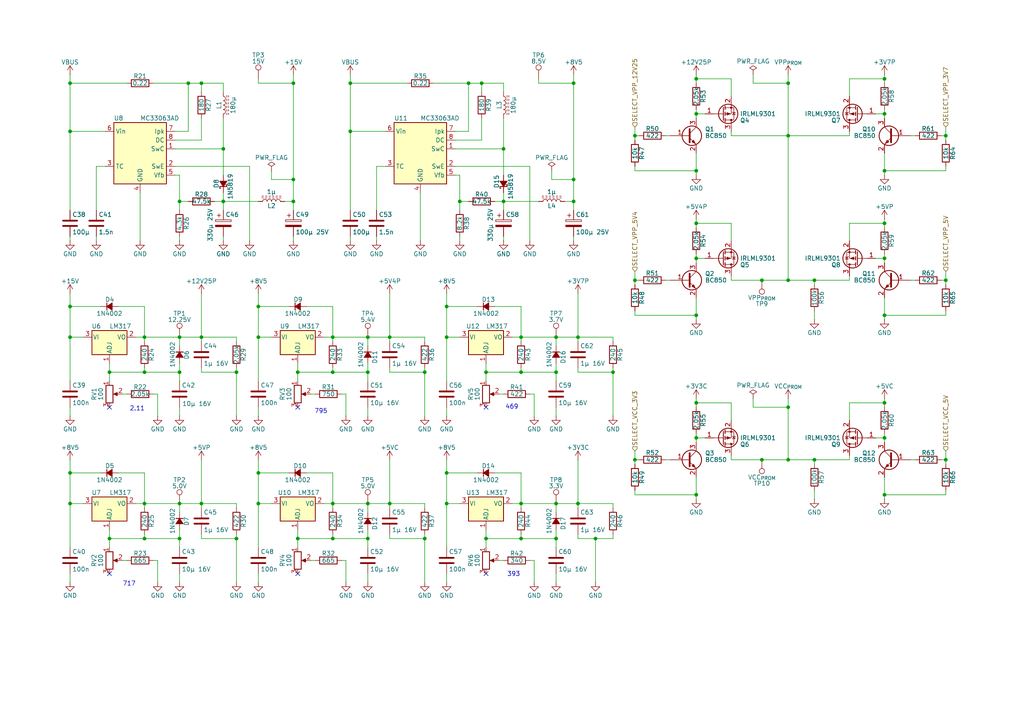
<source format=kicad_sch>
(kicad_sch (version 20231120) (generator "eeschema") (generator_version "8.0")
  (paper "A4")
  (title_block (title "XC17xxx PROM Programmer") (date "2024-11-02") (rev "0") (company "CC-BY-SA-4.0 Michael Singer") (comment 1 "https://github.com/msinger/xc17_prom_prog/") (comment 2 "http://iceboy.a-singer.de/"))
  (junction (at 172.72 156.21))
  (junction (at 256.54 74.93))
  (junction (at 41.91 156.21))
  (junction (at 96.52 97.79))
  (junction (at 167.64 97.79))
  (junction (at 20.32 88.9))
  (junction (at 123.19 107.95))
  (junction (at 201.93 64.77))
  (junction (at 256.54 33.02))
  (junction (at 201.93 143.51))
  (junction (at 20.32 137.16))
  (junction (at 85.09 52.07))
  (junction (at 201.93 33.02))
  (junction (at 146.05 43.18))
  (junction (at 52.07 58.42))
  (junction (at 106.68 146.05))
  (junction (at 41.91 97.79))
  (junction (at 54.61 24.13))
  (junction (at 274.32 81.28))
  (junction (at 52.07 156.21))
  (junction (at 106.68 97.79))
  (junction (at 228.6 39.37))
  (junction (at 31.75 107.95))
  (junction (at 256.54 91.44))
  (junction (at 166.37 58.42))
  (junction (at 58.42 24.13))
  (junction (at 68.58 156.21))
  (junction (at 101.6 24.13))
  (junction (at 58.42 97.79))
  (junction (at 52.07 97.79))
  (junction (at 96.52 156.21))
  (junction (at 256.54 49.53))
  (junction (at 161.29 156.21))
  (junction (at 113.03 146.05))
  (junction (at 201.93 49.53))
  (junction (at 220.98 133.35))
  (junction (at 96.52 107.95))
  (junction (at 184.15 81.28))
  (junction (at 74.93 88.9))
  (junction (at 133.35 58.42))
  (junction (at 201.93 22.86))
  (junction (at 20.32 146.05))
  (junction (at 256.54 143.51))
  (junction (at 161.29 97.79))
  (junction (at 135.89 24.13))
  (junction (at 146.05 58.42))
  (junction (at 68.58 107.95))
  (junction (at 140.97 156.21))
  (junction (at 201.93 127))
  (junction (at 161.29 107.95))
  (junction (at 41.91 107.95))
  (junction (at 31.75 156.21))
  (junction (at 228.6 81.28))
  (junction (at 106.68 156.21))
  (junction (at 123.19 156.21))
  (junction (at 140.97 107.95))
  (junction (at 166.37 24.13))
  (junction (at 161.29 146.05))
  (junction (at 129.54 88.9))
  (junction (at 85.09 24.13))
  (junction (at 184.15 133.35))
  (junction (at 167.64 146.05))
  (junction (at 151.13 107.95))
  (junction (at 41.91 146.05))
  (junction (at 20.32 38.1))
  (junction (at 85.09 58.42))
  (junction (at 228.6 118.11))
  (junction (at 184.15 39.37))
  (junction (at 58.42 146.05))
  (junction (at 151.13 146.05))
  (junction (at 74.93 146.05))
  (junction (at 74.93 137.16))
  (junction (at 151.13 97.79))
  (junction (at 274.32 39.37))
  (junction (at 96.52 146.05))
  (junction (at 129.54 137.16))
  (junction (at 236.22 133.35))
  (junction (at 74.93 97.79))
  (junction (at 20.32 97.79))
  (junction (at 256.54 64.77))
  (junction (at 129.54 97.79))
  (junction (at 236.22 81.28))
  (junction (at 274.32 133.35))
  (junction (at 129.54 146.05))
  (junction (at 101.6 38.1))
  (junction (at 256.54 22.86))
  (junction (at 228.6 133.35))
  (junction (at 113.03 97.79))
  (junction (at 52.07 107.95))
  (junction (at 86.36 156.21))
  (junction (at 201.93 74.93))
  (junction (at 64.77 58.42))
  (junction (at 52.07 146.05))
  (junction (at 106.68 107.95))
  (junction (at 64.77 43.18))
  (junction (at 166.37 52.07))
  (junction (at 201.93 116.84))
  (junction (at 256.54 116.84))
  (junction (at 20.32 24.13))
  (junction (at 177.8 107.95))
  (junction (at 201.93 91.44))
  (junction (at 256.54 127))
  (junction (at 151.13 156.21))
  (junction (at 139.7 24.13))
  (junction (at 86.36 107.95))
  (junction (at 220.98 81.28))
  (junction (at 228.6 24.13))
  (no_connect (at 31.75 118.11))
  (no_connect (at 31.75 166.37))
  (no_connect (at 86.36 166.37))
  (no_connect (at 140.97 118.11))
  (no_connect (at 140.97 166.37))
  (no_connect (at 86.36 118.11))
  (wire (pts (xy 133.35 58.42) (xy 133.35 60.96)))
  (wire (pts (xy 201.93 22.86) (xy 212.09 22.86)))
  (wire (pts (xy 161.29 107.95) (xy 161.29 110.49)))
  (wire (pts (xy 236.22 142.24) (xy 236.22 144.78)))
  (wire (pts (xy 125.73 24.13) (xy 135.89 24.13)))
  (wire (pts (xy 273.05 39.37) (xy 274.32 39.37)))
  (wire (pts (xy 30.48 48.26) (xy 27.94 48.26)))
  (wire (pts (xy 139.7 40.64) (xy 139.7 34.29)))
  (wire (pts (xy 166.37 68.58) (xy 166.37 69.85)))
  (wire (pts (xy 54.61 38.1) (xy 54.61 24.13)))
  (wire (pts (xy 68.58 107.95) (xy 68.58 120.65)))
  (wire (pts (xy 201.93 63.5) (xy 201.93 64.77)))
  (wire (pts (xy 83.82 88.9) (xy 74.93 88.9)))
  (wire (pts (xy 86.36 107.95) (xy 86.36 110.49)))
  (wire (pts (xy 101.6 24.13) (xy 101.6 38.1)))
  (wire (pts (xy 132.08 48.26) (xy 153.67 48.26)))
  (wire (pts (xy 184.15 133.35) (xy 185.42 133.35)))
  (wire (pts (xy 256.54 74.93) (xy 254 74.93)))
  (wire (pts (xy 220.98 81.28) (xy 228.6 81.28)))
  (wire (pts (xy 40.64 69.85) (xy 40.64 55.88)))
  (wire (pts (xy 193.04 81.28) (xy 194.31 81.28)))
  (wire (pts (xy 201.93 24.13) (xy 201.93 22.86)))
  (wire (pts (xy 256.54 125.73) (xy 256.54 127)))
  (wire (pts (xy 146.05 58.42) (xy 146.05 60.96)))
  (wire (pts (xy 228.6 39.37) (xy 212.09 39.37)))
  (wire (pts (xy 265.43 39.37) (xy 264.16 39.37)))
  (wire (pts (xy 52.07 107.95) (xy 52.07 110.49)))
  (wire (pts (xy 201.93 127) (xy 201.93 128.27)))
  (wire (pts (xy 20.32 21.59) (xy 20.32 24.13)))
  (wire (pts (xy 85.09 52.07) (xy 85.09 58.42)))
  (wire (pts (xy 41.91 107.95) (xy 31.75 107.95)))
  (wire (pts (xy 132.08 40.64) (xy 139.7 40.64)))
  (wire (pts (xy 256.54 127) (xy 254 127)))
  (wire (pts (xy 52.07 58.42) (xy 52.07 60.96)))
  (wire (pts (xy 129.54 88.9) (xy 129.54 97.79)))
  (wire (pts (xy 201.93 74.93) (xy 201.93 73.66)))
  (wire (pts (xy 64.77 34.29) (xy 64.77 43.18)))
  (wire (pts (xy 41.91 146.05) (xy 52.07 146.05)))
  (wire (pts (xy 41.91 146.05) (xy 39.37 146.05)))
  (wire (pts (xy 166.37 52.07) (xy 166.37 58.42)))
  (wire (pts (xy 88.9 137.16) (xy 96.52 137.16)))
  (wire (pts (xy 100.33 114.3) (xy 99.06 114.3)))
  (wire (pts (xy 201.93 116.84) (xy 212.09 116.84)))
  (wire (pts (xy 256.54 33.02) (xy 256.54 34.29)))
  (wire (pts (xy 146.05 55.88) (xy 146.05 58.42)))
  (wire (pts (xy 246.38 22.86) (xy 256.54 22.86)))
  (wire (pts (xy 68.58 97.79) (xy 58.42 97.79)))
  (wire (pts (xy 31.75 153.67) (xy 31.75 156.21)))
  (wire (pts (xy 96.52 97.79) (xy 96.52 99.06)))
  (wire (pts (xy 31.75 156.21) (xy 31.75 158.75)))
  (wire (pts (xy 228.6 81.28) (xy 236.22 81.28)))
  (wire (pts (xy 153.67 48.26) (xy 153.67 69.85)))
  (wire (pts (xy 90.17 162.56) (xy 91.44 162.56)))
  (wire (pts (xy 201.93 92.71) (xy 201.93 91.44)))
  (wire (pts (xy 58.42 24.13) (xy 64.77 24.13)))
  (wire (pts (xy 138.43 137.16) (xy 129.54 137.16)))
  (wire (pts (xy 236.22 133.35) (xy 246.38 133.35)))
  (wire (pts (xy 201.93 74.93) (xy 204.47 74.93)))
  (wire (pts (xy 88.9 88.9) (xy 96.52 88.9)))
  (wire (pts (xy 58.42 106.68) (xy 58.42 107.95)))
  (wire (pts (xy 184.15 134.62) (xy 184.15 133.35)))
  (wire (pts (xy 52.07 148.59) (xy 52.07 146.05)))
  (wire (pts (xy 212.09 132.08) (xy 212.09 133.35)))
  (wire (pts (xy 212.09 116.84) (xy 212.09 121.92)))
  (wire (pts (xy 50.8 38.1) (xy 54.61 38.1)))
  (wire (pts (xy 140.97 156.21) (xy 140.97 158.75)))
  (wire (pts (xy 44.45 24.13) (xy 54.61 24.13)))
  (wire (pts (xy 201.93 33.02) (xy 201.93 31.75)))
  (wire (pts (xy 151.13 154.94) (xy 151.13 156.21)))
  (wire (pts (xy 35.56 162.56) (xy 36.83 162.56)))
  (wire (pts (xy 41.91 156.21) (xy 52.07 156.21)))
  (wire (pts (xy 151.13 107.95) (xy 161.29 107.95)))
  (wire (pts (xy 113.03 147.32) (xy 113.03 146.05)))
  (wire (pts (xy 256.54 64.77) (xy 256.54 66.04)))
  (wire (pts (xy 20.32 97.79) (xy 20.32 110.49)))
  (wire (pts (xy 123.19 154.94) (xy 123.19 156.21)))
  (wire (pts (xy 90.17 114.3) (xy 91.44 114.3)))
  (wire (pts (xy 201.93 91.44) (xy 201.93 86.36)))
  (wire (pts (xy 86.36 153.67) (xy 86.36 156.21)))
  (wire (pts (xy 184.15 81.28) (xy 185.42 81.28)))
  (wire (pts (xy 161.29 118.11) (xy 161.29 120.65)))
  (wire (pts (xy 246.38 27.94) (xy 246.38 22.86)))
  (wire (pts (xy 123.19 146.05) (xy 113.03 146.05)))
  (wire (pts (xy 96.52 156.21) (xy 86.36 156.21)))
  (wire (pts (xy 96.52 146.05) (xy 106.68 146.05)))
  (wire (pts (xy 246.38 121.92) (xy 246.38 116.84)))
  (wire (pts (xy 68.58 156.21) (xy 58.42 156.21)))
  (wire (pts (xy 212.09 64.77) (xy 212.09 69.85)))
  (wire (pts (xy 41.91 106.68) (xy 41.91 107.95)))
  (wire (pts (xy 109.22 48.26) (xy 109.22 60.96)))
  (wire (pts (xy 74.93 146.05) (xy 74.93 158.75)))
  (wire (pts (xy 140.97 153.67) (xy 140.97 156.21)))
  (wire (pts (xy 218.44 118.11) (xy 228.6 118.11)))
  (wire (pts (xy 58.42 133.35) (xy 58.42 146.05)))
  (wire (pts (xy 151.13 156.21) (xy 161.29 156.21)))
  (wire (pts (xy 52.07 105.41) (xy 52.07 107.95)))
  (wire (pts (xy 58.42 147.32) (xy 58.42 146.05)))
  (wire (pts (xy 36.83 24.13) (xy 20.32 24.13)))
  (wire (pts (xy 228.6 133.35) (xy 236.22 133.35)))
  (wire (pts (xy 78.74 49.53) (xy 78.74 52.07)))
  (wire (pts (xy 52.07 50.8) (xy 52.07 58.42)))
  (wire (pts (xy 256.54 115.57) (xy 256.54 116.84)))
  (wire (pts (xy 143.51 137.16) (xy 151.13 137.16)))
  (wire (pts (xy 184.15 90.17) (xy 184.15 91.44)))
  (wire (pts (xy 256.54 49.53) (xy 256.54 50.8)))
  (wire (pts (xy 64.77 43.18) (xy 50.8 43.18)))
  (wire (pts (xy 201.93 144.78) (xy 201.93 143.51)))
  (wire (pts (xy 177.8 147.32) (xy 177.8 146.05)))
  (wire (pts (xy 139.7 24.13) (xy 139.7 26.67)))
  (wire (pts (xy 52.07 118.11) (xy 52.07 120.65)))
  (wire (pts (xy 58.42 99.06) (xy 58.42 97.79)))
  (wire (pts (xy 161.29 166.37) (xy 161.29 168.91)))
  (wire (pts (xy 246.38 116.84) (xy 256.54 116.84)))
  (wire (pts (xy 74.93 97.79) (xy 78.74 97.79)))
  (wire (pts (xy 274.32 130.81) (xy 274.32 133.35)))
  (wire (pts (xy 193.04 133.35) (xy 194.31 133.35)))
  (wire (pts (xy 64.77 43.18) (xy 64.77 50.8)))
  (wire (pts (xy 201.93 115.57) (xy 201.93 116.84)))
  (wire (pts (xy 96.52 107.95) (xy 86.36 107.95)))
  (wire (pts (xy 161.29 148.59) (xy 161.29 146.05)))
  (wire (pts (xy 118.11 24.13) (xy 101.6 24.13)))
  (wire (pts (xy 212.09 39.37) (xy 212.09 38.1)))
  (wire (pts (xy 68.58 107.95) (xy 58.42 107.95)))
  (wire (pts (xy 129.54 85.09) (xy 129.54 88.9)))
  (wire (pts (xy 101.6 38.1) (xy 101.6 60.96)))
  (wire (pts (xy 31.75 105.41) (xy 31.75 107.95)))
  (wire (pts (xy 20.32 146.05) (xy 20.32 158.75)))
  (wire (pts (xy 123.19 147.32) (xy 123.19 146.05)))
  (wire (pts (xy 96.52 156.21) (xy 106.68 156.21)))
  (wire (pts (xy 167.64 146.05) (xy 161.29 146.05)))
  (wire (pts (xy 135.89 58.42) (xy 133.35 58.42)))
  (wire (pts (xy 228.6 39.37) (xy 228.6 81.28)))
  (wire (pts (xy 74.93 146.05) (xy 78.74 146.05)))
  (wire (pts (xy 129.54 146.05) (xy 129.54 158.75)))
  (wire (pts (xy 201.93 118.11) (xy 201.93 116.84)))
  (wire (pts (xy 20.32 38.1) (xy 20.32 60.96)))
  (wire (pts (xy 64.77 68.58) (xy 64.77 69.85)))
  (wire (pts (xy 74.93 97.79) (xy 74.93 110.49)))
  (wire (pts (xy 156.21 22.86) (xy 156.21 24.13)))
  (wire (pts (xy 201.93 21.59) (xy 201.93 22.86)))
  (wire (pts (xy 64.77 58.42) (xy 64.77 60.96)))
  (wire (pts (xy 154.94 162.56) (xy 154.94 168.91)))
  (wire (pts (xy 228.6 118.11) (xy 228.6 133.35)))
  (wire (pts (xy 27.94 48.26) (xy 27.94 60.96)))
  (wire (pts (xy 52.07 153.67) (xy 52.07 156.21)))
  (wire (pts (xy 50.8 48.26) (xy 72.39 48.26)))
  (wire (pts (xy 68.58 156.21) (xy 68.58 168.91)))
  (wire (pts (xy 201.93 127) (xy 204.47 127)))
  (wire (pts (xy 113.03 97.79) (xy 106.68 97.79)))
  (wire (pts (xy 34.29 88.9) (xy 41.91 88.9)))
  (wire (pts (xy 236.22 81.28) (xy 246.38 81.28)))
  (wire (pts (xy 151.13 146.05) (xy 161.29 146.05)))
  (wire (pts (xy 151.13 146.05) (xy 151.13 147.32)))
  (wire (pts (xy 256.54 31.75) (xy 256.54 33.02)))
  (wire (pts (xy 184.15 40.64) (xy 184.15 39.37)))
  (wire (pts (xy 106.68 100.33) (xy 106.68 97.79)))
  (wire (pts (xy 100.33 114.3) (xy 100.33 120.65)))
  (wire (pts (xy 113.03 106.68) (xy 113.03 107.95)))
  (wire (pts (xy 274.32 133.35) (xy 274.32 134.62)))
  (wire (pts (xy 273.05 133.35) (xy 274.32 133.35)))
  (wire (pts (xy 151.13 156.21) (xy 140.97 156.21)))
  (wire (pts (xy 256.54 143.51) (xy 256.54 144.78)))
  (wire (pts (xy 167.64 97.79) (xy 161.29 97.79)))
  (wire (pts (xy 151.13 97.79) (xy 148.59 97.79)))
  (wire (pts (xy 228.6 21.59) (xy 228.6 24.13)))
  (wire (pts (xy 20.32 85.09) (xy 20.32 88.9)))
  (wire (pts (xy 184.15 142.24) (xy 184.15 143.51)))
  (wire (pts (xy 54.61 24.13) (xy 58.42 24.13)))
  (wire (pts (xy 64.77 58.42) (xy 74.93 58.42)))
  (wire (pts (xy 96.52 146.05) (xy 96.52 147.32)))
  (wire (pts (xy 246.38 69.85) (xy 246.38 64.77)))
  (wire (pts (xy 20.32 133.35) (xy 20.32 137.16)))
  (wire (pts (xy 20.32 120.65) (xy 20.32 118.11)))
  (wire (pts (xy 123.19 99.06) (xy 123.19 97.79)))
  (wire (pts (xy 144.78 162.56) (xy 146.05 162.56)))
  (wire (pts (xy 41.91 156.21) (xy 31.75 156.21)))
  (wire (pts (xy 161.29 156.21) (xy 161.29 158.75)))
  (wire (pts (xy 96.52 107.95) (xy 106.68 107.95)))
  (wire (pts (xy 146.05 58.42) (xy 143.51 58.42)))
  (wire (pts (xy 166.37 24.13) (xy 166.37 52.07)))
  (wire (pts (xy 201.93 49.53) (xy 201.93 44.45)))
  (wire (pts (xy 201.93 66.04) (xy 201.93 64.77)))
  (wire (pts (xy 193.04 39.37) (xy 194.31 39.37)))
  (wire (pts (xy 201.93 74.93) (xy 201.93 76.2)))
  (wire (pts (xy 246.38 64.77) (xy 256.54 64.77)))
  (wire (pts (xy 123.19 97.79) (xy 113.03 97.79)))
  (wire (pts (xy 146.05 34.29) (xy 146.05 43.18)))
  (wire (pts (xy 177.8 154.94) (xy 177.8 156.21)))
  (wire (pts (xy 201.93 33.02) (xy 204.47 33.02)))
  (wire (pts (xy 256.54 73.66) (xy 256.54 74.93)))
  (wire (pts (xy 201.93 127) (xy 201.93 125.73)))
  (wire (pts (xy 41.91 97.79) (xy 52.07 97.79)))
  (wire (pts (xy 52.07 166.37) (xy 52.07 168.91)))
  (wire (pts (xy 201.93 143.51) (xy 201.93 138.43)))
  (wire (pts (xy 101.6 68.58) (xy 101.6 69.85)))
  (wire (pts (xy 201.93 50.8) (xy 201.93 49.53)))
  (wire (pts (xy 246.38 38.1) (xy 246.38 39.37)))
  (wire (pts (xy 212.09 81.28) (xy 220.98 81.28)))
  (wire (pts (xy 58.42 85.09) (xy 58.42 97.79)))
  (wire (pts (xy 265.43 133.35) (xy 264.16 133.35)))
  (wire (pts (xy 184.15 39.37) (xy 185.42 39.37)))
  (wire (pts (xy 31.75 107.95) (xy 31.75 110.49)))
  (wire (pts (xy 96.52 88.9) (xy 96.52 97.79)))
  (wire (pts (xy 101.6 21.59) (xy 101.6 24.13)))
  (wire (pts (xy 82.55 58.42) (xy 85.09 58.42)))
  (wire (pts (xy 146.05 58.42) (xy 156.21 58.42)))
  (wire (pts (xy 123.19 106.68) (xy 123.19 107.95)))
  (wire (pts (xy 265.43 81.28) (xy 264.16 81.28)))
  (wire (pts (xy 86.36 156.21) (xy 86.36 158.75)))
  (wire (pts (xy 274.32 81.28) (xy 274.32 82.55)))
  (wire (pts (xy 68.58 99.06) (xy 68.58 97.79)))
  (wire (pts (xy 184.15 48.26) (xy 184.15 49.53)))
  (wire (pts (xy 160.02 52.07) (xy 166.37 52.07)))
  (wire (pts (xy 96.52 146.05) (xy 93.98 146.05)))
  (wire (pts (xy 106.68 105.41) (xy 106.68 107.95)))
  (wire (pts (xy 218.44 21.59) (xy 218.44 24.13)))
  (wire (pts (xy 274.32 142.24) (xy 274.32 143.51)))
  (wire (pts (xy 111.76 48.26) (xy 109.22 48.26)))
  (wire (pts (xy 256.54 138.43) (xy 256.54 143.51)))
  (wire (pts (xy 274.32 78.74) (xy 274.32 81.28)))
  (wire (pts (xy 133.35 50.8) (xy 133.35 58.42)))
  (wire (pts (xy 151.13 97.79) (xy 161.29 97.79)))
  (wire (pts (xy 83.82 137.16) (xy 74.93 137.16)))
  (wire (pts (xy 41.91 137.16) (xy 41.91 146.05)))
  (wire (pts (xy 74.93 133.35) (xy 74.93 137.16)))
  (wire (pts (xy 41.91 97.79) (xy 41.91 99.06)))
  (wire (pts (xy 74.93 120.65) (xy 74.93 118.11)))
  (wire (pts (xy 64.77 58.42) (xy 62.23 58.42)))
  (wire (pts (xy 139.7 24.13) (xy 146.05 24.13)))
  (wire (pts (xy 151.13 106.68) (xy 151.13 107.95)))
  (wire (pts (xy 20.32 146.05) (xy 24.13 146.05)))
  (wire (pts (xy 45.72 162.56) (xy 44.45 162.56)))
  (wire (pts (xy 64.77 26.67) (xy 64.77 24.13)))
  (wire (pts (xy 50.8 50.8) (xy 52.07 50.8)))
  (wire (pts (xy 58.42 40.64) (xy 58.42 34.29)))
  (wire (pts (xy 151.13 107.95) (xy 140.97 107.95)))
  (wire (pts (xy 64.77 55.88) (xy 64.77 58.42)))
  (wire (pts (xy 52.07 100.33) (xy 52.07 97.79)))
  (wire (pts (xy 274.32 39.37) (xy 274.32 40.64)))
  (wire (pts (xy 256.54 74.93) (xy 256.54 76.2)))
  (wire (pts (xy 273.05 81.28) (xy 274.32 81.28)))
  (wire (pts (xy 106.68 118.11) (xy 106.68 120.65)))
  (wire (pts (xy 74.93 22.86) (xy 74.93 24.13)))
  (wire (pts (xy 129.54 146.05) (xy 133.35 146.05)))
  (wire (pts (xy 106.68 107.95) (xy 106.68 110.49)))
  (wire (pts (xy 29.21 88.9) (xy 20.32 88.9)))
  (wire (pts (xy 113.03 154.94) (xy 113.03 156.21)))
  (wire (pts (xy 177.8 106.68) (xy 177.8 107.95)))
  (wire (pts (xy 146.05 68.58) (xy 146.05 69.85)))
  (wire (pts (xy 113.03 133.35) (xy 113.03 146.05)))
  (wire (pts (xy 68.58 154.94) (xy 68.58 156.21)))
  (wire (pts (xy 146.05 43.18) (xy 132.08 43.18)))
  (wire (pts (xy 96.52 137.16) (xy 96.52 146.05)))
  (wire (pts (xy 45.72 162.56) (xy 45.72 168.91)))
  (wire (pts (xy 140.97 107.95) (xy 140.97 110.49)))
  (wire (pts (xy 151.13 146.05) (xy 148.59 146.05)))
  (wire (pts (xy 50.8 40.64) (xy 58.42 40.64)))
  (wire (pts (xy 20.32 24.13) (xy 20.32 38.1)))
  (wire (pts (xy 161.29 105.41) (xy 161.29 107.95)))
  (wire (pts (xy 41.91 107.95) (xy 52.07 107.95)))
  (wire (pts (xy 151.13 137.16) (xy 151.13 146.05)))
  (wire (pts (xy 177.8 107.95) (xy 177.8 120.65)))
  (wire (pts (xy 45.72 114.3) (xy 44.45 114.3)))
  (wire (pts (xy 58.42 24.13) (xy 58.42 26.67)))
  (wire (pts (xy 184.15 130.81) (xy 184.15 133.35)))
  (wire (pts (xy 246.38 39.37) (xy 228.6 39.37)))
  (wire (pts (xy 106.68 156.21) (xy 106.68 158.75)))
  (wire (pts (xy 113.03 99.06) (xy 113.03 97.79)))
  (wire (pts (xy 212.09 80.01) (xy 212.09 81.28)))
  (wire (pts (xy 123.19 107.95) (xy 113.03 107.95)))
  (wire (pts (xy 100.33 162.56) (xy 99.06 162.56)))
  (wire (pts (xy 109.22 68.58) (xy 109.22 69.85)))
  (wire (pts (xy 256.54 127) (xy 256.54 128.27)))
  (wire (pts (xy 140.97 105.41) (xy 140.97 107.95)))
  (wire (pts (xy 74.93 137.16) (xy 74.93 146.05)))
  (wire (pts (xy 133.35 68.58) (xy 133.35 69.85)))
  (wire (pts (xy 123.19 156.21) (xy 123.19 168.91)))
  (wire (pts (xy 220.98 133.35) (xy 228.6 133.35)))
  (wire (pts (xy 274.32 48.26) (xy 274.32 49.53)))
  (wire (pts (xy 27.94 68.58) (xy 27.94 69.85)))
  (wire (pts (xy 212.09 133.35) (xy 220.98 133.35)))
  (wire (pts (xy 129.54 133.35) (xy 129.54 137.16)))
  (wire (pts (xy 167.64 154.94) (xy 167.64 156.21)))
  (wire (pts (xy 20.32 68.58) (xy 20.32 69.85)))
  (wire (pts (xy 274.32 91.44) (xy 256.54 91.44)))
  (wire (pts (xy 100.33 162.56) (xy 100.33 168.91)))
  (wire (pts (xy 132.08 38.1) (xy 135.89 38.1)))
  (wire (pts (xy 177.8 146.05) (xy 167.64 146.05)))
  (wire (pts (xy 20.32 168.91) (xy 20.32 166.37)))
  (wire (pts (xy 129.54 137.16) (xy 129.54 146.05)))
  (wire (pts (xy 52.07 68.58) (xy 52.07 69.85)))
  (wire (pts (xy 129.54 120.65) (xy 129.54 118.11)))
  (wire (pts (xy 138.43 88.9) (xy 129.54 88.9)))
  (wire (pts (xy 167.64 147.32) (xy 167.64 146.05)))
  (wire (pts (xy 45.72 114.3) (xy 45.72 120.65)))
  (wire (pts (xy 163.83 58.42) (xy 166.37 58.42)))
  (wire (pts (xy 274.32 36.83) (xy 274.32 39.37)))
  (wire (pts (xy 167.64 133.35) (xy 167.64 146.05)))
  (wire (pts (xy 129.54 97.79) (xy 129.54 110.49)))
  (wire (pts (xy 184.15 49.53) (xy 201.93 49.53)))
  (wire (pts (xy 54.61 58.42) (xy 52.07 58.42)))
  (wire (pts (xy 135.89 38.1) (xy 135.89 24.13)))
  (wire (pts (xy 146.05 26.67) (xy 146.05 24.13)))
  (wire (pts (xy 201.93 33.02) (xy 201.93 34.29)))
  (wire (pts (xy 144.78 114.3) (xy 146.05 114.3)))
  (wire (pts (xy 184.15 143.51) (xy 201.93 143.51)))
  (wire (pts (xy 85.09 21.59) (xy 85.09 24.13)))
  (wire (pts (xy 274.32 143.51) (xy 256.54 143.51)))
  (wire (pts (xy 172.72 156.21) (xy 167.64 156.21)))
  (wire (pts (xy 96.52 106.68) (xy 96.52 107.95)))
  (wire (pts (xy 101.6 38.1) (xy 111.76 38.1)))
  (wire (pts (xy 68.58 147.32) (xy 68.58 146.05)))
  (wire (pts (xy 96.52 154.94) (xy 96.52 156.21)))
  (wire (pts (xy 129.54 168.91) (xy 129.54 166.37)))
  (wire (pts (xy 256.54 63.5) (xy 256.54 64.77)))
  (wire (pts (xy 41.91 146.05) (xy 41.91 147.32)))
  (wire (pts (xy 106.68 166.37) (xy 106.68 168.91)))
  (wire (pts (xy 184.15 78.74) (xy 184.15 81.28)))
  (wire (pts (xy 156.21 24.13) (xy 166.37 24.13)))
  (wire (pts (xy 135.89 24.13) (xy 139.7 24.13)))
  (wire (pts (xy 228.6 115.57) (xy 228.6 118.11)))
  (wire (pts (xy 228.6 24.13) (xy 228.6 39.37)))
  (wire (pts (xy 184.15 82.55) (xy 184.15 81.28)))
  (wire (pts (xy 58.42 97.79) (xy 52.07 97.79)))
  (wire (pts (xy 85.09 68.58) (xy 85.09 69.85)))
  (wire (pts (xy 129.54 97.79) (xy 133.35 97.79)))
  (wire (pts (xy 123.19 107.95) (xy 123.19 120.65)))
  (wire (pts (xy 20.32 137.16) (xy 20.32 146.05)))
  (wire (pts (xy 256.54 21.59) (xy 256.54 22.86)))
  (wire (pts (xy 256.54 22.86) (xy 256.54 24.13)))
  (wire (pts (xy 132.08 50.8) (xy 133.35 50.8)))
  (wire (pts (xy 151.13 88.9) (xy 151.13 97.79)))
  (wire (pts (xy 236.22 82.55) (xy 236.22 81.28)))
  (wire (pts (xy 177.8 99.06) (xy 177.8 97.79)))
  (wire (pts (xy 212.09 22.86) (xy 212.09 27.94)))
  (wire (pts (xy 167.64 106.68) (xy 167.64 107.95)))
  (wire (pts (xy 74.93 85.09) (xy 74.93 88.9)))
  (wire (pts (xy 218.44 115.57) (xy 218.44 118.11)))
  (wire (pts (xy 58.42 154.94) (xy 58.42 156.21)))
  (wire (pts (xy 78.74 52.07) (xy 85.09 52.07)))
  (wire (pts (xy 167.64 85.09) (xy 167.64 97.79)))
  (wire (pts (xy 154.94 114.3) (xy 153.67 114.3)))
  (wire (pts (xy 106.68 153.67) (xy 106.68 156.21)))
  (wire (pts (xy 85.09 58.42) (xy 85.09 60.96)))
  (wire (pts (xy 113.03 85.09) (xy 113.03 97.79)))
  (wire (pts (xy 96.52 97.79) (xy 106.68 97.79)))
  (wire (pts (xy 151.13 97.79) (xy 151.13 99.06)))
  (wire (pts (xy 146.05 43.18) (xy 146.05 50.8)))
  (wire (pts (xy 256.54 86.36) (xy 256.54 91.44)))
  (wire (pts (xy 166.37 21.59) (xy 166.37 24.13)))
  (wire (pts (xy 20.32 88.9) (xy 20.32 97.79)))
  (wire (pts (xy 85.09 24.13) (xy 85.09 52.07)))
  (wire (pts (xy 52.07 156.21) (xy 52.07 158.75)))
  (wire (pts (xy 74.93 24.13) (xy 85.09 24.13)))
  (wire (pts (xy 106.68 148.59) (xy 106.68 146.05)))
  (wire (pts (xy 41.91 88.9) (xy 41.91 97.79)))
  (wire (pts (xy 274.32 90.17) (xy 274.32 91.44)))
  (wire (pts (xy 161.29 100.33) (xy 161.29 97.79)))
  (wire (pts (xy 154.94 114.3) (xy 154.94 120.65)))
  (wire (pts (xy 96.52 97.79) (xy 93.98 97.79)))
  (wire (pts (xy 218.44 24.13) (xy 228.6 24.13)))
  (wire (pts (xy 113.03 146.05) (xy 106.68 146.05)))
  (wire (pts (xy 201.93 64.77) (xy 212.09 64.77)))
  (wire (pts (xy 177.8 107.95) (xy 167.64 107.95)))
  (wire (pts (xy 177.8 156.21) (xy 172.72 156.21)))
  (wire (pts (xy 74.93 88.9) (xy 74.93 97.79)))
  (wire (pts (xy 184.15 91.44) (xy 201.93 91.44)))
  (wire (pts (xy 236.22 134.62) (xy 236.22 133.35)))
  (wire (pts (xy 256.54 44.45) (xy 256.54 49.53)))
  (wire (pts (xy 167.64 99.06) (xy 167.64 97.79)))
  (wire (pts (xy 143.51 88.9) (xy 151.13 88.9)))
  (wire (pts (xy 20.32 97.79) (xy 24.13 97.79)))
  (wire (pts (xy 236.22 92.71) (xy 236.22 90.17)))
  (wire (pts (xy 68.58 146.05) (xy 58.42 146.05)))
  (wire (pts (xy 274.32 49.53) (xy 256.54 49.53)))
  (wire (pts (xy 177.8 97.79) (xy 167.64 97.79)))
  (wire (pts (xy 29.21 137.16) (xy 20.32 137.16)))
  (wire (pts (xy 246.38 132.08) (xy 246.38 133.35)))
  (wire (pts (xy 20.32 38.1) (xy 30.48 38.1)))
  (wire (pts (xy 41.91 97.79) (xy 39.37 97.79)))
  (wire (pts (xy 41.91 154.94) (xy 41.91 156.21)))
  (wire (pts (xy 184.15 36.83) (xy 184.15 39.37)))
  (wire (pts (xy 172.72 156.21) (xy 172.72 168.91)))
  (wire (pts (xy 161.29 153.67) (xy 161.29 156.21)))
  (wire (pts (xy 68.58 106.68) (xy 68.58 107.95)))
  (wire (pts (xy 74.93 168.91) (xy 74.93 166.37)))
  (wire (pts (xy 160.02 49.53) (xy 160.02 52.07)))
  (wire (pts (xy 166.37 58.42) (xy 166.37 60.96)))
  (wire (pts (xy 246.38 80.01) (xy 246.38 81.28)))
  (wire (pts (xy 123.19 156.21) (xy 113.03 156.21)))
  (wire (pts (xy 121.92 69.85) (xy 121.92 55.88)))
  (wire (pts (xy 256.54 91.44) (xy 256.54 92.71)))
  (wire (pts (xy 72.39 48.26) (xy 72.39 69.85)))
  (wire (pts (xy 35.56 114.3) (xy 36.83 114.3)))
  (wire (pts (xy 34.29 137.16) (xy 41.91 137.16)))
  (wire (pts (xy 256.54 33.02) (xy 254 33.02)))
  (wire (pts (xy 154.94 162.56) (xy 153.67 162.56)))
  (wire (pts (xy 256.54 116.84) (xy 256.54 118.11)))
  (wire (pts (xy 58.42 146.05) (xy 52.07 146.05)))
  (wire (pts (xy 86.36 105.41) (xy 86.36 107.95)))
  (text "717" (at 35.56 169.418 0) (effects (font (size 1.27 1.27)) (justify left)))
  (text "393" (at 147.066 166.624 0) (effects (font (size 1.27 1.27)) (justify left)))
  (text "795" (at 91.186 119.38 0) (effects (font (size 1.27 1.27)) (justify left)))
  (text "2.11" (at 37.592 118.618 0) (effects (font (size 1.27 1.27)) (justify left)))
  (text "469" (at 146.558 118.11 0) (effects (font (size 1.27 1.27)) (justify left)))
  (hierarchical_label "SELECT_VPP_5V4" (shape input) (at 184.15 78.74 90))
  (hierarchical_label "SELECT_VPP_12V25" (shape input) (at 184.15 36.83 90))
  (hierarchical_label "SELECT_VCC_5V" (shape input) (at 274.32 130.81 90))
  (hierarchical_label "SELECT_VPP_5V" (shape input) (at 274.32 78.74 90))
  (hierarchical_label "SELECT_VCC_3V3" (shape input) (at 184.15 130.81 90))
  (hierarchical_label "SELECT_VPP_3V7" (shape input) (at 274.32 36.83 90))
  (symbol (lib_id "Device:R") (at 256.54 27.94 0) (unit 1)
    (property "Reference" "R58" (at 258.572 27.94 90))
    (property "Value" "2.05k" (at 256.54 27.94 90))
    (property "Footprint" "Resistor_SMD:R_0603_1608Metric" (effects (hide yes)))
    (property "Description" "Resistor" (effects (hide yes)))
  )
  (symbol (lib_id "power:GND") (at 256.54 92.71 0) (unit 1)
    (property "Reference" "#PWR093" (effects (hide yes)))
    (property "Value" "GND" (at 256.54 96.52 0))
    (property "Description" "Power symbol creates a global label with name \"GND\" , ground" (effects (hide yes)))
  )
  (symbol (lib_id "power:VCC") (at 58.42 85.09 0) (unit 1)
    (property "Reference" "#PWR039" (effects (hide yes)))
    (property "Value" "+12V25P" (at 58.42 81.534 0))
    (property "Description" "Power symbol creates a global label with name \"VCC\"" (effects (hide yes)))
  )
  (symbol (lib_id "Device:R") (at 58.42 58.42 90) (unit 1)
    (property "Reference" "R28" (at 58.42 56.388 90))
    (property "Value" "47.5k" (at 58.42 58.42 90))
    (property "Footprint" "Resistor_SMD:R_0603_1608Metric" (effects (hide yes)))
    (property "Description" "Resistor" (effects (hide yes)))
  )
  (symbol (lib_id "power:GND") (at 161.29 120.65 0) (unit 1)
    (property "Reference" "#PWR072" (effects (hide yes)))
    (property "Value" "GND" (at 161.29 124.46 0))
    (property "Description" "Power symbol creates a global label with name \"GND\" , ground" (effects (hide yes)))
  )
  (symbol (lib_id "power:VCC") (at 129.54 133.35 0) (unit 1)
    (property "Reference" "#PWR065" (effects (hide yes)))
    (property "Value" "+8V5" (at 129.54 129.794 0))
    (property "Description" "Power symbol creates a global label with name \"VCC\"" (effects (hide yes)))
  )
  (symbol (lib_id "power:GND") (at 68.58 168.91 0) (unit 1)
    (property "Reference" "#PWR043" (effects (hide yes)))
    (property "Value" "GND" (at 68.58 172.72 0))
    (property "Description" "Power symbol creates a global label with name \"GND\" , ground" (effects (hide yes)))
  )
  (symbol (lib_id "Device:R_Potentiometer") (at 86.36 114.3 0) (unit 1)
    (property "Reference" "RV3" (at 81.915 114.3 90))
    (property "Value" "100" (at 83.82 114.3 90))
    (property "Footprint" "Potentiometer_THT:Potentiometer_Bourns_3296W_Vertical" (effects (hide yes)))
    (property "Description" "Potentiometer" (effects (hide yes)))
  )
  (symbol (lib_id "Transistor_FET:IRLML9301") (at 209.55 33.02 0) (mirror x) (unit 1)
    (property "Reference" "Q4" (at 214.63 34.925 0) (effects (justify left)))
    (property "Value" "IRLML9301" (at 214.63 33.02 0) (effects (justify left)))
    (property "Footprint" "Package_TO_SOT_SMD:SOT-23" (effects (hide yes)))
    (property "Datasheet" "https://www.infineon.com/dgdl/irlml9301pbf.pdf?fileId=5546d462533600a401535668e5e42640" (effects (hide yes)))
    (property "Description" "-3.6A Id, -30V Vds, 64mOhm Rds, P-Channel HEXFET Power MOSFET, SOT-23" (effects (hide yes)))
  )
  (symbol (lib_id "Device:R") (at 269.24 133.35 90) (unit 1)
    (property "Reference" "R63" (at 269.24 131.318 90))
    (property "Value" "422" (at 269.24 133.35 90))
    (property "Footprint" "Resistor_SMD:R_0603_1608Metric" (effects (hide yes)))
    (property "Description" "Resistor" (effects (hide yes)))
  )
  (symbol (lib_id "Regulator_Linear:LM317_SOT-223") (at 86.36 146.05 0) (unit 1)
    (property "Reference" "U10" (at 82.55 142.875 0))
    (property "Value" "LM317" (at 86.36 142.875 0) (effects (justify left)))
    (property "Footprint" "Package_TO_SOT_SMD:SOT-223-3_TabPin2" (effects (hide yes)))
    (property "Datasheet" "http://www.ti.com/lit/ds/symlink/lm317.pdf" (effects (hide yes)))
    (property "Description" "1.5A 35V Adjustable Linear Regulator, SOT-223" (effects (hide yes)))
  )
  (symbol (lib_id "Device:D_Small_Filled") (at 161.29 151.13 270) (unit 1)
    (property "Reference" "D17" (at 163.322 149.86 0) (effects (justify left)))
    (property "Value" "1N4002" (at 159.258 147.32 0) (effects (justify left)))
    (property "Footprint" "Diode_SMD:D_MELF" (effects (hide yes)))
    (property "Description" "Diode, small symbol, filled shape" (effects (hide yes)))
    (property "Sim.Device" "D" (effects (hide yes)))
    (property "Sim.Pins" "1=K 2=A" (effects (hide yes)))
  )
  (symbol (lib_id "Device:D_Small_Filled") (at 140.97 137.16 0) (unit 1)
    (property "Reference" "D14" (at 139.7 135.128 0) (effects (justify left)))
    (property "Value" "1N4002" (at 137.16 139.192 0) (effects (justify left)))
    (property "Footprint" "Diode_SMD:D_MELF" (effects (hide yes)))
    (property "Description" "Diode, small symbol, filled shape" (effects (hide yes)))
    (property "Sim.Device" "D" (effects (hide yes)))
    (property "Sim.Pins" "1=K 2=A" (effects (hide yes)))
  )
  (symbol (lib_id "power:GND") (at 52.07 120.65 0) (unit 1)
    (property "Reference" "#PWR037" (effects (hide yes)))
    (property "Value" "GND" (at 52.07 124.46 0))
    (property "Description" "Power symbol creates a global label with name \"GND\" , ground" (effects (hide yes)))
  )
  (symbol (lib_id "Device:C") (at 129.54 162.56 0) (unit 1)
    (property "Reference" "C57" (at 130.175 160.02 0) (effects (justify left)))
    (property "Value" "100n" (at 130.175 165.1 0) (effects (justify left)))
    (property "Footprint" "Capacitor_SMD:C_0603_1608Metric" (effects (hide yes)))
    (property "Description" "Unpolarized capacitor" (effects (hide yes)))
  )
  (symbol (lib_id "Regulator_Linear:LM317_SOT-223") (at 140.97 97.79 0) (unit 1)
    (property "Reference" "U12" (at 137.16 94.615 0))
    (property "Value" "LM317" (at 140.97 94.615 0) (effects (justify left)))
    (property "Footprint" "Package_TO_SOT_SMD:SOT-223-3_TabPin2" (effects (hide yes)))
    (property "Datasheet" "http://www.ti.com/lit/ds/symlink/lm317.pdf" (effects (hide yes)))
    (property "Description" "1.5A 35V Adjustable Linear Regulator, SOT-223" (effects (hide yes)))
  )
  (symbol (lib_id "Device:C") (at 101.6 64.77 0) (unit 1)
    (property "Reference" "C50" (at 102.235 62.23 0) (effects (justify left)))
    (property "Value" "100µ" (at 102.235 67.31 0) (effects (justify left)))
    (property "Footprint" "Capacitor_SMD:C_1206_3216Metric" (effects (hide yes)))
    (property "Description" "Unpolarized capacitor" (effects (hide yes)))
  )
  (symbol (lib_id "power:GND") (at 20.32 69.85 0) (unit 1)
    (property "Reference" "#PWR027" (effects (hide yes)))
    (property "Value" "GND" (at 20.32 73.66 0))
    (property "Description" "Power symbol creates a global label with name \"GND\" , ground" (effects (hide yes)))
  )
  (symbol (lib_id "Device:R") (at 189.23 81.28 90) (unit 1)
    (property "Reference" "R51" (at 189.23 79.248 90))
    (property "Value" "422" (at 189.23 81.28 90))
    (property "Footprint" "Resistor_SMD:R_0603_1608Metric" (effects (hide yes)))
    (property "Description" "Resistor" (effects (hide yes)))
  )
  (symbol (lib_id "Connector:TestPoint") (at 106.68 97.79 0) (unit 1)
    (property "Reference" "TP4" (at 106.68 90.932 0))
    (property "Value" "5.4V" (at 106.68 92.71 0))
    (property "Footprint" "TestPoint:TestPoint_Keystone_5010-5014_Multipurpose" (effects (hide yes)))
    (property "Description" "test point" (effects (hide yes)))
  )
  (symbol (lib_id "Device:C") (at 106.68 114.3 0) (unit 1)
    (property "Reference" "C51" (at 107.315 111.76 0) (effects (justify left)))
    (property "Value" "10µ 16V" (at 107.315 116.84 0) (effects (justify left)))
    (property "Footprint" "Capacitor_SMD:C_1206_3216Metric" (effects (hide yes)))
    (property "Description" "Unpolarized capacitor" (effects (hide yes)))
  )
  (symbol (lib_id "Device:R") (at 236.22 86.36 0) (unit 1)
    (property "Reference" "R56" (at 238.252 86.36 90))
    (property "Value" "100k" (at 236.22 86.36 90))
    (property "Footprint" "Resistor_SMD:R_0603_1608Metric" (effects (hide yes)))
    (property "Description" "Resistor" (effects (hide yes)))
  )
  (symbol (lib_id "Connector:TestPoint") (at 220.98 133.35 180) (unit 1)
    (property "Reference" "TP10" (at 220.98 140.208 0))
    (property "Value" "VCC_{PROM}" (at 220.98 138.43 0))
    (property "Footprint" "TestPoint:TestPoint_Keystone_5010-5014_Multipurpose" (effects (hide yes)))
    (property "Description" "test point" (effects (hide yes)))
  )
  (symbol (lib_id "power:GND") (at 177.8 120.65 0) (unit 1)
    (property "Reference" "#PWR079" (effects (hide yes)))
    (property "Value" "GND" (at 177.8 124.46 0))
    (property "Description" "Power symbol creates a global label with name \"GND\" , ground" (effects (hide yes)))
  )
  (symbol (lib_id "Device:D_Small_Filled") (at 106.68 102.87 270) (unit 1)
    (property "Reference" "D11" (at 108.712 101.6 0) (effects (justify left)))
    (property "Value" "1N4002" (at 104.648 99.06 0) (effects (justify left)))
    (property "Footprint" "Diode_SMD:D_MELF" (effects (hide yes)))
    (property "Description" "Diode, small symbol, filled shape" (effects (hide yes)))
    (property "Sim.Device" "D" (effects (hide yes)))
    (property "Sim.Pins" "1=K 2=A" (effects (hide yes)))
  )
  (symbol (lib_id "power:GND") (at 201.93 92.71 0) (unit 1)
    (property "Reference" "#PWR083" (effects (hide yes)))
    (property "Value" "GND" (at 201.93 96.52 0))
    (property "Description" "Power symbol creates a global label with name \"GND\" , ground" (effects (hide yes)))
  )
  (symbol (lib_id "Device:C") (at 74.93 114.3 0) (unit 1)
    (property "Reference" "C47" (at 75.565 111.76 0) (effects (justify left)))
    (property "Value" "100n" (at 75.565 116.84 0) (effects (justify left)))
    (property "Footprint" "Capacitor_SMD:C_0603_1608Metric" (effects (hide yes)))
    (property "Description" "Unpolarized capacitor" (effects (hide yes)))
  )
  (symbol (lib_id "power:GND") (at 101.6 69.85 0) (unit 1)
    (property "Reference" "#PWR054" (effects (hide yes)))
    (property "Value" "GND" (at 101.6 73.66 0))
    (property "Description" "Power symbol creates a global label with name \"GND\" , ground" (effects (hide yes)))
  )
  (symbol (lib_id "Connector:TestPoint") (at 161.29 97.79 0) (unit 1)
    (property "Reference" "TP7" (at 161.29 90.932 0))
    (property "Value" "3.7V" (at 161.29 92.71 0))
    (property "Footprint" "TestPoint:TestPoint_Keystone_5010-5014_Multipurpose" (effects (hide yes)))
    (property "Description" "test point" (effects (hide yes)))
  )
  (symbol (lib_id "Device:R") (at 201.93 69.85 0) (unit 1)
    (property "Reference" "R54" (at 203.962 69.85 90))
    (property "Value" "2.05k" (at 201.93 69.85 90))
    (property "Footprint" "Resistor_SMD:R_0603_1608Metric" (effects (hide yes)))
    (property "Description" "Resistor" (effects (hide yes)))
  )
  (symbol (lib_id "Device:R") (at 236.22 138.43 0) (unit 1)
    (property "Reference" "R57" (at 238.252 138.43 90))
    (property "Value" "100k" (at 236.22 138.43 90))
    (property "Footprint" "Resistor_SMD:R_0603_1608Metric" (effects (hide yes)))
    (property "Description" "Resistor" (effects (hide yes)))
  )
  (symbol (lib_id "Device:R") (at 123.19 151.13 0) (unit 1)
    (property "Reference" "R37" (at 125.222 151.13 90))
    (property "Value" "422" (at 123.19 151.13 90))
    (property "Footprint" "Resistor_SMD:R_0603_1608Metric" (effects (hide yes)))
    (property "Description" "Resistor" (effects (hide yes)))
  )
  (symbol (lib_id "Device:R") (at 184.15 138.43 0) (unit 1)
    (property "Reference" "R49" (at 186.182 138.43 90))
    (property "Value" "10k" (at 184.15 138.43 90))
    (property "Footprint" "Resistor_SMD:R_0603_1608Metric" (effects (hide yes)))
    (property "Description" "Resistor" (effects (hide yes)))
  )
  (symbol (lib_id "Device:R") (at 274.32 86.36 0) (unit 1)
    (property "Reference" "R65" (at 276.352 86.36 90))
    (property "Value" "10k" (at 274.32 86.36 90))
    (property "Footprint" "Resistor_SMD:R_0603_1608Metric" (effects (hide yes)))
    (property "Description" "Resistor" (effects (hide yes)))
  )
  (symbol (lib_id "Transistor_BJT:BC850") (at 199.39 39.37 0) (unit 1)
    (property "Reference" "Q1" (at 204.47 37.465 0) (effects (justify left)))
    (property "Value" "BC850" (at 204.47 39.37 0) (effects (justify left)))
    (property "Footprint" "Package_TO_SOT_SMD:SOT-23" (effects (hide yes)))
    (property "Datasheet" "http://www.infineon.com/dgdl/Infineon-BC847SERIES_BC848SERIES_BC849SERIES_BC850SERIES-DS-v01_01-en.pdf?fileId=db3a304314dca389011541d4630a1657" (effects (hide yes)))
    (property "Description" "0.1A Ic, 45V Vce, NPN Transistor, SOT-23" (effects (hide yes)))
  )
  (symbol (lib_id "power:VCC") (at 256.54 115.57 0) (unit 1)
    (property "Reference" "#PWR094" (effects (hide yes)))
    (property "Value" "+5VC" (at 256.54 112.014 0))
    (property "Description" "Power symbol creates a global label with name \"VCC\"" (effects (hide yes)))
  )
  (symbol (lib_id "Connector:TestPoint") (at 74.93 22.86 0) (unit 1)
    (property "Reference" "TP3" (at 74.93 16.002 0))
    (property "Value" "15V" (at 74.93 17.78 0))
    (property "Footprint" "TestPoint:TestPoint_Keystone_5010-5014_Multipurpose" (effects (hide yes)))
    (property "Description" "test point" (effects (hide yes)))
  )
  (symbol (lib_id "Connector:TestPoint") (at 52.07 146.05 0) (unit 1)
    (property "Reference" "TP2" (at 52.07 139.192 0))
    (property "Value" "5.0V" (at 52.07 140.97 0))
    (property "Footprint" "TestPoint:TestPoint_Keystone_5010-5014_Multipurpose" (effects (hide yes)))
    (property "Description" "test point" (effects (hide yes)))
  )
  (symbol (lib_id "Device:R") (at 184.15 44.45 0) (unit 1)
    (property "Reference" "R47" (at 186.182 44.45 90))
    (property "Value" "10k" (at 184.15 44.45 90))
    (property "Footprint" "Resistor_SMD:R_0603_1608Metric" (effects (hide yes)))
    (property "Description" "Resistor" (effects (hide yes)))
  )
  (symbol (lib_id "power:GND") (at 121.92 69.85 0) (unit 1)
    (property "Reference" "#PWR060" (effects (hide yes)))
    (property "Value" "GND" (at 121.92 73.66 0))
    (property "Description" "Power symbol creates a global label with name \"GND\" , ground" (effects (hide yes)))
  )
  (symbol (lib_id "Transistor_BJT:BC850") (at 259.08 133.35 0) (mirror y) (unit 1)
    (property "Reference" "Q12" (at 254 131.445 0) (effects (justify left)))
    (property "Value" "BC850" (at 254 133.35 0) (effects (justify left)))
    (property "Footprint" "Package_TO_SOT_SMD:SOT-23" (effects (hide yes)))
    (property "Datasheet" "http://www.infineon.com/dgdl/Infineon-BC847SERIES_BC848SERIES_BC849SERIES_BC850SERIES-DS-v01_01-en.pdf?fileId=db3a304314dca389011541d4630a1657" (effects (hide yes)))
    (property "Description" "0.1A Ic, 45V Vce, NPN Transistor, SOT-23" (effects (hide yes)))
  )
  (symbol (lib_id "Transistor_BJT:BC850") (at 259.08 39.37 0) (mirror y) (unit 1)
    (property "Reference" "Q10" (at 254 37.465 0) (effects (justify left)))
    (property "Value" "BC850" (at 254 39.37 0) (effects (justify left)))
    (property "Footprint" "Package_TO_SOT_SMD:SOT-23" (effects (hide yes)))
    (property "Datasheet" "http://www.infineon.com/dgdl/Infineon-BC847SERIES_BC848SERIES_BC849SERIES_BC850SERIES-DS-v01_01-en.pdf?fileId=db3a304314dca389011541d4630a1657" (effects (hide yes)))
    (property "Description" "0.1A Ic, 45V Vce, NPN Transistor, SOT-23" (effects (hide yes)))
  )
  (symbol (lib_id "power:GND") (at 236.22 144.78 0) (unit 1)
    (property "Reference" "#PWR089" (effects (hide yes)))
    (property "Value" "GND" (at 236.22 148.59 0))
    (property "Description" "Power symbol creates a global label with name \"GND\" , ground" (effects (hide yes)))
  )
  (symbol (lib_id "power:GND") (at 154.94 168.91 0) (unit 1)
    (property "Reference" "#PWR071" (effects (hide yes)))
    (property "Value" "GND" (at 154.94 172.72 0))
    (property "Description" "Power symbol creates a global label with name \"GND\" , ground" (effects (hide yes)))
  )
  (symbol (lib_id "power:VCC") (at 129.54 85.09 0) (unit 1)
    (property "Reference" "#PWR063" (effects (hide yes)))
    (property "Value" "+8V5" (at 129.54 81.534 0))
    (property "Description" "Power symbol creates a global label with name \"VCC\"" (effects (hide yes)))
  )
  (symbol (lib_id "Device:R") (at 123.19 102.87 0) (unit 1)
    (property "Reference" "R36" (at 125.222 102.87 90))
    (property "Value" "422" (at 123.19 102.87 90))
    (property "Footprint" "Resistor_SMD:R_0603_1608Metric" (effects (hide yes)))
    (property "Description" "Resistor" (effects (hide yes)))
  )
  (symbol (lib_id "Device:R") (at 96.52 102.87 0) (unit 1)
    (property "Reference" "R33" (at 98.552 102.87 90))
    (property "Value" "240" (at 96.52 102.87 90))
    (property "Footprint" "Resistor_SMD:R_0603_1608Metric" (effects (hide yes)))
    (property "Description" "Resistor" (effects (hide yes)))
  )
  (symbol (lib_id "Connector:TestPoint") (at 52.07 97.79 0) (unit 1)
    (property "Reference" "TP1" (at 52.07 90.932 0))
    (property "Value" "12.25V" (at 52.07 92.71 0))
    (property "Footprint" "TestPoint:TestPoint_Keystone_5010-5014_Multipurpose" (effects (hide yes)))
    (property "Description" "test point" (effects (hide yes)))
  )
  (symbol (lib_id "power:GND") (at 201.93 144.78 0) (unit 1)
    (property "Reference" "#PWR085" (effects (hide yes)))
    (property "Value" "GND" (at 201.93 148.59 0))
    (property "Description" "Power symbol creates a global label with name \"GND\" , ground" (effects (hide yes)))
  )
  (symbol (lib_id "Device:R") (at 40.64 114.3 90) (unit 1)
    (property "Reference" "R22" (at 40.64 112.268 90))
    (property "Value" "2.05k" (at 40.64 114.3 90))
    (property "Footprint" "Resistor_SMD:R_0603_1608Metric" (effects (hide yes)))
    (property "Description" "Resistor" (effects (hide yes)))
  )
  (symbol (lib_id "power:GND") (at 74.93 168.91 0) (unit 1)
    (property "Reference" "#PWR048" (effects (hide yes)))
    (property "Value" "GND" (at 74.93 172.72 0))
    (property "Description" "Power symbol creates a global label with name \"GND\" , ground" (effects (hide yes)))
  )
  (symbol (lib_id "Device:R") (at 68.58 151.13 0) (unit 1)
    (property "Reference" "R30" (at 70.612 151.13 90))
    (property "Value" "422" (at 68.58 151.13 90))
    (property "Footprint" "Resistor_SMD:R_0603_1608Metric" (effects (hide yes)))
    (property "Description" "Resistor" (effects (hide yes)))
  )
  (symbol (lib_id "Device:D_Schottky_Small_Filled") (at 64.77 53.34 90) (unit 1)
    (property "Reference" "D8" (at 62.738 54.61 0) (effects (justify left)))
    (property "Value" "1N5819" (at 66.802 57.912 0) (effects (justify left)))
    (property "Footprint" "Diode_SMD:D_SOD-123" (effects (hide yes)))
    (property "Description" "Schottky diode, small symbol, filled shape" (effects (hide yes)))
  )
  (symbol (lib_id "power:VCC") (at 167.64 85.09 0) (unit 1)
    (property "Reference" "#PWR076" (effects (hide yes)))
    (property "Value" "+3V7P" (at 167.64 81.534 0))
    (property "Description" "Power symbol creates a global label with name \"VCC\"" (effects (hide yes)))
  )
  (symbol (lib_id "Device:L_Ferrite") (at 160.02 58.42 90) (unit 1)
    (property "Reference" "L4" (at 160.02 59.69 90))
    (property "Value" "1µ" (at 160.02 55.626 90))
    (property "Footprint" "Inductor_SMD:L_0805_2012Metric_Pad1.15x1.40mm_HandSolder" (effects (hide yes)))
    (property "Description" "Inductor with ferrite core" (effects (hide yes)))
  )
  (symbol (lib_id "power:GND") (at 20.32 168.91 0) (unit 1)
    (property "Reference" "#PWR031" (effects (hide yes)))
    (property "Value" "GND" (at 20.32 172.72 0))
    (property "Description" "Power symbol creates a global label with name \"GND\" , ground" (effects (hide yes)))
  )
  (symbol (lib_id "Device:D_Small_Filled") (at 52.07 151.13 270) (unit 1)
    (property "Reference" "D7" (at 54.102 149.86 0) (effects (justify left)))
    (property "Value" "1N4002" (at 50.038 147.32 0) (effects (justify left)))
    (property "Footprint" "Diode_SMD:D_MELF" (effects (hide yes)))
    (property "Description" "Diode, small symbol, filled shape" (effects (hide yes)))
    (property "Sim.Device" "D" (effects (hide yes)))
    (property "Sim.Pins" "1=K 2=A" (effects (hide yes)))
  )
  (symbol (lib_id "Regulator_Linear:LM317_SOT-223") (at 140.97 146.05 0) (unit 1)
    (property "Reference" "U13" (at 137.16 142.875 0))
    (property "Value" "LM317" (at 140.97 142.875 0) (effects (justify left)))
    (property "Footprint" "Package_TO_SOT_SMD:SOT-223-3_TabPin2" (effects (hide yes)))
    (property "Datasheet" "http://www.ti.com/lit/ds/symlink/lm317.pdf" (effects (hide yes)))
    (property "Description" "1.5A 35V Adjustable Linear Regulator, SOT-223" (effects (hide yes)))
  )
  (symbol (lib_id "Transistor_FET:IRLML9301") (at 248.92 74.93 180) (unit 1)
    (property "Reference" "Q8" (at 243.84 76.835 0) (effects (justify left)))
    (property "Value" "IRLML9301" (at 243.84 74.93 0) (effects (justify left)))
    (property "Footprint" "Package_TO_SOT_SMD:SOT-23" (effects (hide yes)))
    (property "Datasheet" "https://www.infineon.com/dgdl/irlml9301pbf.pdf?fileId=5546d462533600a401535668e5e42640" (effects (hide yes)))
    (property "Description" "-3.6A Id, -30V Vds, 64mOhm Rds, P-Channel HEXFET Power MOSFET, SOT-23" (effects (hide yes)))
  )
  (symbol (lib_id "power:GND") (at 123.19 168.91 0) (unit 1)
    (property "Reference" "#PWR062" (effects (hide yes)))
    (property "Value" "GND" (at 123.19 172.72 0))
    (property "Description" "Power symbol creates a global label with name \"GND\" , ground" (effects (hide yes)))
  )
  (symbol (lib_id "Device:R_Potentiometer") (at 31.75 114.3 0) (unit 1)
    (property "Reference" "RV1" (at 27.305 114.3 90))
    (property "Value" "100" (at 29.21 114.3 90))
    (property "Footprint" "Potentiometer_THT:Potentiometer_Bourns_3296W_Vertical" (effects (hide yes)))
    (property "Description" "Potentiometer" (effects (hide yes)))
  )
  (symbol (lib_id "power:GND") (at 153.67 69.85 0) (unit 1)
    (property "Reference" "#PWR069" (effects (hide yes)))
    (property "Value" "GND" (at 153.67 73.66 0))
    (property "Description" "Power symbol creates a global label with name \"GND\" , ground" (effects (hide yes)))
  )
  (symbol (lib_id "Device:R") (at 41.91 151.13 0) (unit 1)
    (property "Reference" "R25" (at 43.942 151.13 90))
    (property "Value" "240" (at 41.91 151.13 90))
    (property "Footprint" "Resistor_SMD:R_0603_1608Metric" (effects (hide yes)))
    (property "Description" "Resistor" (effects (hide yes)))
  )
  (symbol (lib_id "power:GND") (at 236.22 92.71 0) (unit 1)
    (property "Reference" "#PWR088" (effects (hide yes)))
    (property "Value" "GND" (at 236.22 96.52 0))
    (property "Description" "Power symbol creates a global label with name \"GND\" , ground" (effects (hide yes)))
  )
  (symbol (lib_id "Device:R") (at 151.13 151.13 0) (unit 1)
    (property "Reference" "R44" (at 153.162 151.13 90))
    (property "Value" "240" (at 151.13 151.13 90))
    (property "Footprint" "Resistor_SMD:R_0603_1608Metric" (effects (hide yes)))
    (property "Description" "Resistor" (effects (hide yes)))
  )
  (symbol (lib_id "power:PWR_FLAG") (at 78.74 49.53 0) (unit 1)
    (property "Reference" "#FLG02" (effects (hide yes)))
    (property "Value" "PWR_FLAG" (at 78.74 45.72 0))
    (property "Description" "Special symbol for telling ERC where power comes from" (effects (hide yes)))
  )
  (symbol (lib_id "power:GND") (at 201.93 50.8 0) (unit 1)
    (property "Reference" "#PWR081" (effects (hide yes)))
    (property "Value" "GND" (at 201.93 54.61 0))
    (property "Description" "Power symbol creates a global label with name \"GND\" , ground" (effects (hide yes)))
  )
  (symbol (lib_id "power:GND") (at 52.07 168.91 0) (unit 1)
    (property "Reference" "#PWR038" (effects (hide yes)))
    (property "Value" "GND" (at 52.07 172.72 0))
    (property "Description" "Power symbol creates a global label with name \"GND\" , ground" (effects (hide yes)))
  )
  (symbol (lib_id "power:VBUS") (at 101.6 21.59 0) (unit 1)
    (property "Reference" "#PWR053" (effects (hide yes)))
    (property "Value" "VBUS" (at 101.6 18.034 0))
    (property "Description" "Power symbol creates a global label with name \"VBUS\"" (effects (hide yes)))
  )
  (symbol (lib_id "power:PWR_FLAG") (at 218.44 21.59 0) (unit 1)
    (property "Reference" "#FLG04" (effects (hide yes)))
    (property "Value" "PWR_FLAG" (at 218.44 17.78 0))
    (property "Description" "Special symbol for telling ERC where power comes from" (effects (hide yes)))
  )
  (symbol (lib_id "Device:D_Small_Filled") (at 52.07 102.87 270) (unit 1)
    (property "Reference" "D6" (at 54.102 101.6 0) (effects (justify left)))
    (property "Value" "1N4002" (at 50.038 99.06 0) (effects (justify left)))
    (property "Footprint" "Diode_SMD:D_MELF" (effects (hide yes)))
    (property "Description" "Diode, small symbol, filled shape" (effects (hide yes)))
    (property "Sim.Device" "D" (effects (hide yes)))
    (property "Sim.Pins" "1=K 2=A" (effects (hide yes)))
  )
  (symbol (lib_id "Device:R") (at 189.23 133.35 90) (unit 1)
    (property "Reference" "R52" (at 189.23 131.318 90))
    (property "Value" "422" (at 189.23 133.35 90))
    (property "Footprint" "Resistor_SMD:R_0603_1608Metric" (effects (hide yes)))
    (property "Description" "Resistor" (effects (hide yes)))
  )
  (symbol (lib_id "Device:R") (at 189.23 39.37 90) (unit 1)
    (property "Reference" "R50" (at 189.23 37.338 90))
    (property "Value" "422" (at 189.23 39.37 90))
    (property "Footprint" "Resistor_SMD:R_0603_1608Metric" (effects (hide yes)))
    (property "Description" "Resistor" (effects (hide yes)))
  )
  (symbol (lib_id "Device:C") (at 52.07 114.3 0) (unit 1)
    (property "Reference" "C42" (at 52.705 111.76 0) (effects (justify left)))
    (property "Value" "10µ 16V" (at 52.832 117.094 0) (effects (justify left)))
    (property "Footprint" "Capacitor_SMD:C_1206_3216Metric" (effects (hide yes)))
    (property "Description" "Unpolarized capacitor" (effects (hide yes)))
  )
  (symbol (lib_id "Device:R") (at 177.8 151.13 0) (unit 1)
    (property "Reference" "R46" (at 179.832 151.13 90))
    (property "Value" "240" (at 177.8 151.13 90))
    (property "Footprint" "Resistor_SMD:R_0603_1608Metric" (effects (hide yes)))
    (property "Description" "Resistor" (effects (hide yes)))
  )
  (symbol (lib_id "Regulator_Linear:LM317_SOT-223") (at 31.75 146.05 0) (unit 1)
    (property "Reference" "U7" (at 27.94 142.875 0))
    (property "Value" "LM317" (at 31.75 142.875 0) (effects (justify left)))
    (property "Footprint" "Package_TO_SOT_SMD:SOT-223-3_TabPin2" (effects (hide yes)))
    (property "Datasheet" "http://www.ti.com/lit/ds/symlink/lm317.pdf" (effects (hide yes)))
    (property "Description" "1.5A 35V Adjustable Linear Regulator, SOT-223" (effects (hide yes)))
  )
  (symbol (lib_id "Device:R") (at 274.32 138.43 0) (unit 1)
    (property "Reference" "R66" (at 276.352 138.43 90))
    (property "Value" "10k" (at 274.32 138.43 90))
    (property "Footprint" "Resistor_SMD:R_0603_1608Metric" (effects (hide yes)))
    (property "Description" "Resistor" (effects (hide yes)))
  )
  (symbol (lib_id "power:+15V") (at 85.09 21.59 0) (unit 1)
    (property "Reference" "#PWR049" (effects (hide yes)))
    (property "Value" "+15V" (at 85.09 18.034 0))
    (property "Description" "Power symbol creates a global label with name \"+15V\"" (effects (hide yes)))
  )
  (symbol (lib_id "Device:R") (at 68.58 102.87 0) (unit 1)
    (property "Reference" "R29" (at 70.612 102.87 90))
    (property "Value" "2.05k" (at 68.58 102.87 90))
    (property "Footprint" "Resistor_SMD:R_0603_1608Metric" (effects (hide yes)))
    (property "Description" "Resistor" (effects (hide yes)))
  )
  (symbol (lib_id "power:GND") (at 100.33 168.91 0) (unit 1)
    (property "Reference" "#PWR052" (effects (hide yes)))
    (property "Value" "GND" (at 100.33 172.72 0))
    (property "Description" "Power symbol creates a global label with name \"GND\" , ground" (effects (hide yes)))
  )
  (symbol (lib_id "power:GND") (at 52.07 69.85 0) (unit 1)
    (property "Reference" "#PWR036" (effects (hide yes)))
    (property "Value" "GND" (at 52.07 73.66 0))
    (property "Description" "Power symbol creates a global label with name \"GND\" , ground" (effects (hide yes)))
  )
  (symbol (lib_id "Device:R") (at 256.54 121.92 0) (unit 1)
    (property "Reference" "R60" (at 258.572 121.92 90))
    (property "Value" "2.05k" (at 256.54 121.92 90))
    (property "Footprint" "Resistor_SMD:R_0603_1608Metric" (effects (hide yes)))
    (property "Description" "Resistor" (effects (hide yes)))
  )
  (symbol (lib_id "Device:C") (at 109.22 64.77 0) (unit 1)
    (property "Reference" "C53" (at 109.855 62.23 0) (effects (justify left)))
    (property "Value" "1.5n" (at 109.855 67.31 0) (effects (justify left)))
    (property "Footprint" "Capacitor_SMD:C_0603_1608Metric" (effects (hide yes)))
    (property "Description" "Unpolarized capacitor" (effects (hide yes)))
  )
  (symbol (lib_id "power:GND") (at 123.19 120.65 0) (unit 1)
    (property "Reference" "#PWR061" (effects (hide yes)))
    (property "Value" "GND" (at 123.19 124.46 0))
    (property "Description" "Power symbol creates a global label with name \"GND\" , ground" (effects (hide yes)))
  )
  (symbol (lib_id "power:GND") (at 172.72 168.91 0) (unit 1)
    (property "Reference" "#PWR078" (effects (hide yes)))
    (property "Value" "GND" (at 172.72 172.72 0))
    (property "Description" "Power symbol creates a global label with name \"GND\" , ground" (effects (hide yes)))
  )
  (symbol (lib_id "Device:R") (at 139.7 30.48 0) (unit 1)
    (property "Reference" "R39" (at 141.732 30.48 90))
    (property "Value" "180" (at 139.7 30.48 90))
    (property "Footprint" "Resistor_SMD:R_0603_1608Metric" (effects (hide yes)))
    (property "Description" "Resistor" (effects (hide yes)))
  )
  (symbol (lib_id "power:GND") (at 256.54 144.78 0) (unit 1)
    (property "Reference" "#PWR095" (effects (hide yes)))
    (property "Value" "GND" (at 256.54 148.59 0))
    (property "Description" "Power symbol creates a global label with name \"GND\" , ground" (effects (hide yes)))
  )
  (symbol (lib_id "power:VCC") (at 256.54 63.5 0) (unit 1)
    (property "Reference" "#PWR092" (effects (hide yes)))
    (property "Value" "+5VP" (at 256.54 59.944 0))
    (property "Description" "Power symbol creates a global label with name \"VCC\"" (effects (hide yes)))
  )
  (symbol (lib_id "Device:R") (at 149.86 114.3 90) (unit 1)
    (property "Reference" "R41" (at 149.86 112.268 90))
    (property "Value" "422" (at 149.86 114.3 90))
    (property "Footprint" "Resistor_SMD:R_0603_1608Metric" (effects (hide yes)))
    (property "Description" "Resistor" (effects (hide yes)))
  )
  (symbol (lib_id "power:VCC") (at 201.93 63.5 0) (unit 1)
    (property "Reference" "#PWR082" (effects (hide yes)))
    (property "Value" "+5V4P" (at 201.93 59.944 0))
    (property "Description" "Power symbol creates a global label with name \"VCC\"" (effects (hide yes)))
  )
  (symbol (lib_id "Device:R") (at 121.92 24.13 90) (unit 1)
    (property "Reference" "R35" (at 121.92 22.098 90))
    (property "Value" "0.22" (at 121.92 24.13 90))
    (property "Footprint" "Resistor_SMD:R_2512_6332Metric" (effects (hide yes)))
    (property "Description" "Resistor" (effects (hide yes)))
  )
  (symbol (lib_id "Device:D_Small_Filled") (at 161.29 102.87 270) (unit 1)
    (property "Reference" "D16" (at 163.322 101.6 0) (effects (justify left)))
    (property "Value" "1N4002" (at 159.258 99.06 0) (effects (justify left)))
    (property "Footprint" "Diode_SMD:D_MELF" (effects (hide yes)))
    (property "Description" "Diode, small symbol, filled shape" (effects (hide yes)))
    (property "Sim.Device" "D" (effects (hide yes)))
    (property "Sim.Pins" "1=K 2=A" (effects (hide yes)))
  )
  (symbol (lib_id "power:GND") (at 129.54 168.91 0) (unit 1)
    (property "Reference" "#PWR066" (effects (hide yes)))
    (property "Value" "GND" (at 129.54 172.72 0))
    (property "Description" "Power symbol creates a global label with name \"GND\" , ground" (effects (hide yes)))
  )
  (symbol (lib_id "power:GND") (at 85.09 69.85 0) (unit 1)
    (property "Reference" "#PWR050" (effects (hide yes)))
    (property "Value" "GND" (at 85.09 73.66 0))
    (property "Description" "Power symbol creates a global label with name \"GND\" , ground" (effects (hide yes)))
  )
  (symbol (lib_id "Device:C_Polarized") (at 85.09 64.77 0) (unit 1)
    (property "Reference" "C49" (at 85.725 62.23 0) (effects (justify left)))
    (property "Value" "100µ 25V" (at 85.725 67.31 0) (effects (justify left)))
    (property "Footprint" "Capacitor_SMD:CP_Elec_6.3x7.7" (effects (hide yes)))
    (property "Description" "Polarized capacitor" (effects (hide yes)))
  )
  (symbol (lib_id "power:GND") (at 166.37 69.85 0) (unit 1)
    (property "Reference" "#PWR075" (effects (hide yes)))
    (property "Value" "GND" (at 166.37 73.66 0))
    (property "Description" "Power symbol creates a global label with name \"GND\" , ground" (effects (hide yes)))
  )
  (symbol (lib_id "Device:R") (at 269.24 39.37 90) (unit 1)
    (property "Reference" "R61" (at 269.24 37.338 90))
    (property "Value" "422" (at 269.24 39.37 90))
    (property "Footprint" "Resistor_SMD:R_0603_1608Metric" (effects (hide yes)))
    (property "Description" "Resistor" (effects (hide yes)))
  )
  (symbol (lib_id "Device:C") (at 113.03 102.87 0) (unit 1)
    (property "Reference" "C54" (at 113.665 100.33 0) (effects (justify left)))
    (property "Value" "1µ 16V" (at 113.665 105.41 0) (effects (justify left)))
    (property "Footprint" "Capacitor_SMD:C_0603_1608Metric" (effects (hide yes)))
    (property "Description" "Unpolarized capacitor" (effects (hide yes)))
  )
  (symbol (lib_id "Transistor_FET:IRLML9301") (at 248.92 127 180) (unit 1)
    (property "Reference" "Q9" (at 243.84 128.905 0) (effects (justify left)))
    (property "Value" "IRLML9301" (at 243.84 127 0) (effects (justify left)))
    (property "Footprint" "Package_TO_SOT_SMD:SOT-23" (effects (hide yes)))
    (property "Datasheet" "https://www.infineon.com/dgdl/irlml9301pbf.pdf?fileId=5546d462533600a401535668e5e42640" (effects (hide yes)))
    (property "Description" "-3.6A Id, -30V Vds, 64mOhm Rds, P-Channel HEXFET Power MOSFET, SOT-23" (effects (hide yes)))
  )
  (symbol (lib_id "Device:R") (at 40.64 162.56 90) (unit 1)
    (property "Reference" "R23" (at 40.64 160.528 90))
    (property "Value" "665" (at 40.64 162.56 90))
    (property "Footprint" "Resistor_SMD:R_0603_1608Metric" (effects (hide yes)))
    (property "Description" "Resistor" (effects (hide yes)))
  )
  (symbol (lib_id "Device:C_Polarized") (at 64.77 64.77 0) (unit 1)
    (property "Reference" "C46" (at 65.405 62.23 0) (effects (justify left)))
    (property "Value" "330µ 25V" (at 60.96 70.104 90) (effects (justify left)))
    (property "Footprint" "Capacitor_SMD:CP_Elec_8x10.5" (effects (hide yes)))
    (property "Description" "Polarized capacitor" (effects (hide yes)))
  )
  (symbol (lib_id "power:GND") (at 45.72 168.91 0) (unit 1)
    (property "Reference" "#PWR035" (effects (hide yes)))
    (property "Value" "GND" (at 45.72 172.72 0))
    (property "Description" "Power symbol creates a global label with name \"GND\" , ground" (effects (hide yes)))
  )
  (symbol (lib_id "power:VCC") (at 228.6 21.59 0) (unit 1)
    (property "Reference" "#PWR086" (effects (hide yes)))
    (property "Value" "VPP_{PROM}" (at 228.6 18.034 0))
    (property "Description" "Power symbol creates a global label with name \"VCC\"" (effects (hide yes)))
  )
  (symbol (lib_id "Device:C") (at 58.42 151.13 0) (unit 1)
    (property "Reference" "C45" (at 59.055 148.59 0) (effects (justify left)))
    (property "Value" "1µ 16V" (at 59.055 153.67 0) (effects (justify left)))
    (property "Footprint" "Capacitor_SMD:C_0603_1608Metric" (effects (hide yes)))
    (property "Description" "Unpolarized capacitor" (effects (hide yes)))
  )
  (symbol (lib_id "Transistor_BJT:BC850") (at 199.39 133.35 0) (unit 1)
    (property "Reference" "Q3" (at 204.47 131.445 0) (effects (justify left)))
    (property "Value" "BC850" (at 204.47 133.35 0) (effects (justify left)))
    (property "Footprint" "Package_TO_SOT_SMD:SOT-23" (effects (hide yes)))
    (property "Datasheet" "http://www.infineon.com/dgdl/Infineon-BC847SERIES_BC848SERIES_BC849SERIES_BC850SERIES-DS-v01_01-en.pdf?fileId=db3a304314dca389011541d4630a1657" (effects (hide yes)))
    (property "Description" "0.1A Ic, 45V Vce, NPN Transistor, SOT-23" (effects (hide yes)))
  )
  (symbol (lib_id "Device:D_Small_Filled") (at 86.36 88.9 0) (unit 1)
    (property "Reference" "D9" (at 85.09 86.868 0) (effects (justify left)))
    (property "Value" "1N4002" (at 82.55 90.932 0) (effects (justify left)))
    (property "Footprint" "Diode_SMD:D_MELF" (effects (hide yes)))
    (property "Description" "Diode, small symbol, filled shape" (effects (hide yes)))
    (property "Sim.Device" "D" (effects (hide yes)))
    (property "Sim.Pins" "1=K 2=A" (effects (hide yes)))
  )
  (symbol (lib_id "Device:C") (at 27.94 64.77 0) (unit 1)
    (property "Reference" "C41" (at 28.575 62.23 0) (effects (justify left)))
    (property "Value" "1.5n" (at 28.575 67.31 0) (effects (justify left)))
    (property "Footprint" "Capacitor_SMD:C_0603_1608Metric" (effects (hide yes)))
    (property "Description" "Unpolarized capacitor" (effects (hide yes)))
  )
  (symbol (lib_id "power:GND") (at 20.32 120.65 0) (unit 1)
    (property "Reference" "#PWR029" (effects (hide yes)))
    (property "Value" "GND" (at 20.32 124.46 0))
    (property "Description" "Power symbol creates a global label with name \"GND\" , ground" (effects (hide yes)))
  )
  (symbol (lib_id "power:VCC") (at 74.93 133.35 0) (unit 1)
    (property "Reference" "#PWR047" (effects (hide yes)))
    (property "Value" "+8V5" (at 74.93 129.794 0))
    (property "Description" "Power symbol creates a global label with name \"VCC\"" (effects (hide yes)))
  )
  (symbol (lib_id "power:GND") (at 27.94 69.85 0) (unit 1)
    (property "Reference" "#PWR032" (effects (hide yes)))
    (property "Value" "GND" (at 27.94 73.66 0))
    (property "Description" "Power symbol creates a global label with name \"GND\" , ground" (effects (hide yes)))
  )
  (symbol (lib_id "Device:R") (at 201.93 27.94 0) (unit 1)
    (property "Reference" "R53" (at 203.962 27.94 90))
    (property "Value" "2.05k" (at 201.93 27.94 90))
    (property "Footprint" "Resistor_SMD:R_0603_1608Metric" (effects (hide yes)))
    (property "Description" "Resistor" (effects (hide yes)))
  )
  (symbol (lib_id "Device:R") (at 139.7 58.42 90) (unit 1)
    (property "Reference" "R40" (at 139.7 56.388 90))
    (property "Value" "47.5k" (at 139.7 58.42 90))
    (property "Footprint" "Resistor_SMD:R_0603_1608Metric" (effects (hide yes)))
    (property "Description" "Resistor" (effects (hide yes)))
  )
  (symbol (lib_id "Device:C") (at 161.29 162.56 0) (unit 1)
    (property "Reference" "C60" (at 161.925 160.02 0) (effects (justify left)))
    (property "Value" "10µ 16V" (at 161.925 165.1 0) (effects (justify left)))
    (property "Footprint" "Capacitor_SMD:C_1206_3216Metric" (effects (hide yes)))
    (property "Description" "Unpolarized capacitor" (effects (hide yes)))
  )
  (symbol (lib_id "Connector:TestPoint") (at 161.29 146.05 0) (unit 1)
    (property "Reference" "TP8" (at 161.29 139.192 0))
    (property "Value" "3.3V" (at 161.29 140.97 0))
    (property "Footprint" "TestPoint:TestPoint_Keystone_5010-5014_Multipurpose" (effects (hide yes)))
    (property "Description" "test point" (effects (hide yes)))
  )
  (symbol (lib_id "power:GND") (at 161.29 168.91 0) (unit 1)
    (property "Reference" "#PWR073" (effects (hide yes)))
    (property "Value" "GND" (at 161.29 172.72 0))
    (property "Description" "Power symbol creates a global label with name \"GND\" , ground" (effects (hide yes)))
  )
  (symbol (lib_id "power:VCC") (at 201.93 115.57 0) (unit 1)
    (property "Reference" "#PWR084" (effects (hide yes)))
    (property "Value" "+3V3C" (at 201.93 112.014 0))
    (property "Description" "Power symbol creates a global label with name \"VCC\"" (effects (hide yes)))
  )
  (symbol (lib_id "Device:L_Ferrite") (at 146.05 30.48 0) (unit 1)
    (property "Reference" "L3" (at 144.78 30.48 90))
    (property "Value" "180µ" (at 148.844 30.48 90))
    (property "Footprint" "Inductor_SMD:L_7.3x7.3_H4.5" (effects (hide yes)))
    (property "Description" "Inductor with ferrite core" (effects (hide yes)))
  )
  (symbol (lib_id "Connector:TestPoint") (at 156.21 22.86 0) (unit 1)
    (property "Reference" "TP6" (at 156.21 16.002 0))
    (property "Value" "8.5V" (at 156.21 17.78 0))
    (property "Footprint" "TestPoint:TestPoint_Keystone_5010-5014_Multipurpose" (effects (hide yes)))
    (property "Description" "test point" (effects (hide yes)))
  )
  (symbol (lib_id "Device:D_Small_Filled") (at 31.75 88.9 0) (unit 1)
    (property "Reference" "D4" (at 30.48 86.868 0) (effects (justify left)))
    (property "Value" "1N4002" (at 27.94 90.932 0) (effects (justify left)))
    (property "Footprint" "Diode_SMD:D_MELF" (effects (hide yes)))
    (property "Description" "Diode, small symbol, filled shape" (effects (hide yes)))
    (property "Sim.Device" "D" (effects (hide yes)))
    (property "Sim.Pins" "1=K 2=A" (effects (hide yes)))
  )
  (symbol (lib_id "power:GND") (at 109.22 69.85 0) (unit 1)
    (property "Reference" "#PWR057" (effects (hide yes)))
    (property "Value" "GND" (at 109.22 73.66 0))
    (property "Description" "Power symbol creates a global label with name \"GND\" , ground" (effects (hide yes)))
  )
  (symbol (lib_id "Transistor_FET:IRLML9301") (at 248.92 33.02 180) (unit 1)
    (property "Reference" "Q7" (at 243.84 34.925 0) (effects (justify left)))
    (property "Value" "IRLML9301" (at 243.84 33.02 0) (effects (justify left)))
    (property "Footprint" "Package_TO_SOT_SMD:SOT-23" (effects (hide yes)))
    (property "Datasheet" "https://www.infineon.com/dgdl/irlml9301pbf.pdf?fileId=5546d462533600a401535668e5e42640" (effects (hide yes)))
    (property "Description" "-3.6A Id, -30V Vds, 64mOhm Rds, P-Channel HEXFET Power MOSFET, SOT-23" (effects (hide yes)))
  )
  (symbol (lib_id "Device:C_Polarized") (at 146.05 64.77 0) (unit 1)
    (property "Reference" "C58" (at 146.685 62.23 0) (effects (justify left)))
    (property "Value" "330µ 25V" (at 142.24 70.104 90) (effects (justify left)))
    (property "Footprint" "Capacitor_SMD:CP_Elec_8x10.5" (effects (hide yes)))
    (property "Description" "Polarized capacitor" (effects (hide yes)))
  )
  (symbol (lib_id "Device:D_Small_Filled") (at 31.75 137.16 0) (unit 1)
    (property "Reference" "D5" (at 30.48 135.128 0) (effects (justify left)))
    (property "Value" "1N4002" (at 27.94 139.192 0) (effects (justify left)))
    (property "Footprint" "Diode_SMD:D_MELF" (effects (hide yes)))
    (property "Description" "Diode, small symbol, filled shape" (effects (hide yes)))
    (property "Sim.Device" "D" (effects (hide yes)))
    (property "Sim.Pins" "1=K 2=A" (effects (hide yes)))
  )
  (symbol (lib_id "power:GND") (at 72.39 69.85 0) (unit 1)
    (property "Reference" "#PWR044" (effects (hide yes)))
    (property "Value" "GND" (at 72.39 73.66 0))
    (property "Description" "Power symbol creates a global label with name \"GND\" , ground" (effects (hide yes)))
  )
  (symbol (lib_id "Transistor_FET:IRLML9301") (at 209.55 74.93 0) (mirror x) (unit 1)
    (property "Reference" "Q5" (at 214.63 76.835 0) (effects (justify left)))
    (property "Value" "IRLML9301" (at 214.63 74.93 0) (effects (justify left)))
    (property "Footprint" "Package_TO_SOT_SMD:SOT-23" (effects (hide yes)))
    (property "Datasheet" "https://www.infineon.com/dgdl/irlml9301pbf.pdf?fileId=5546d462533600a401535668e5e42640" (effects (hide yes)))
    (property "Description" "-3.6A Id, -30V Vds, 64mOhm Rds, P-Channel HEXFET Power MOSFET, SOT-23" (effects (hide yes)))
  )
  (symbol (lib_id "Device:R") (at 149.86 162.56 90) (unit 1)
    (property "Reference" "R42" (at 149.86 160.528 90))
    (property "Value" "340" (at 149.86 162.56 90))
    (property "Footprint" "Resistor_SMD:R_0603_1608Metric" (effects (hide yes)))
    (property "Description" "Resistor" (effects (hide yes)))
  )
  (symbol (lib_id "Device:R") (at 151.13 102.87 0) (unit 1)
    (property "Reference" "R43" (at 153.162 102.87 90))
    (property "Value" "240" (at 151.13 102.87 90))
    (property "Footprint" "Resistor_SMD:R_0603_1608Metric" (effects (hide yes)))
    (property "Description" "Resistor" (effects (hide yes)))
  )
  (symbol (lib_id "Device:R") (at 58.42 30.48 0) (unit 1)
    (property "Reference" "R27" (at 60.452 30.48 90))
    (property "Value" "180" (at 58.42 30.48 90))
    (property "Footprint" "Resistor_SMD:R_0603_1608Metric" (effects (hide yes)))
    (property "Description" "Resistor" (effects (hide yes)))
  )
  (symbol (lib_id "power:VCC") (at 201.93 21.59 0) (unit 1)
    (property "Reference" "#PWR080" (effects (hide yes)))
    (property "Value" "+12V25P" (at 201.93 18.034 0))
    (property "Description" "Power symbol creates a global label with name \"VCC\"" (effects (hide yes)))
  )
  (symbol (lib_id "Device:R_Potentiometer") (at 140.97 162.56 0) (unit 1)
    (property "Reference" "RV6" (at 136.525 162.56 90))
    (property "Value" "100" (at 138.43 162.56 90))
    (property "Footprint" "Potentiometer_THT:Potentiometer_Bourns_3296W_Vertical" (effects (hide yes)))
    (property "Description" "Potentiometer" (effects (hide yes)))
  )
  (symbol (lib_id "Connector:TestPoint") (at 106.68 146.05 0) (unit 1)
    (property "Reference" "TP5" (at 106.68 139.192 0))
    (property "Value" "5.0V" (at 106.68 140.97 0))
    (property "Footprint" "TestPoint:TestPoint_Keystone_5010-5014_Multipurpose" (effects (hide yes)))
    (property "Description" "test point" (effects (hide yes)))
  )
  (symbol (lib_id "power:VCC") (at 113.03 85.09 0) (unit 1)
    (property "Reference" "#PWR058" (effects (hide yes)))
    (property "Value" "+5V4P" (at 113.03 81.534 0))
    (property "Description" "Power symbol creates a global label with name \"VCC\"" (effects (hide yes)))
  )
  (symbol (lib_id "Device:C") (at 20.32 162.56 0) (unit 1)
    (property "Reference" "C40" (at 20.955 160.02 0) (effects (justify left)))
    (property "Value" "100n" (at 20.955 165.1 0) (effects (justify left)))
    (property "Footprint" "Capacitor_SMD:C_0603_1608Metric" (effects (hide yes)))
    (property "Description" "Unpolarized capacitor" (effects (hide yes)))
  )
  (symbol (lib_id "Device:C") (at 129.54 114.3 0) (unit 1)
    (property "Reference" "C56" (at 130.175 111.76 0) (effects (justify left)))
    (property "Value" "100n" (at 130.175 116.84 0) (effects (justify left)))
    (property "Footprint" "Capacitor_SMD:C_0603_1608Metric" (effects (hide yes)))
    (property "Description" "Unpolarized capacitor" (effects (hide yes)))
  )
  (symbol (lib_id "Connector:TestPoint") (at 220.98 81.28 180) (unit 1)
    (property "Reference" "TP9" (at 220.98 88.138 0))
    (property "Value" "VPP_{PROM}" (at 220.98 86.36 0))
    (property "Footprint" "TestPoint:TestPoint_Keystone_5010-5014_Multipurpose" (effects (hide yes)))
    (property "Description" "test point" (effects (hide yes)))
  )
  (symbol (lib_id "power:GND") (at 129.54 120.65 0) (unit 1)
    (property "Reference" "#PWR064" (effects (hide yes)))
    (property "Value" "GND" (at 129.54 124.46 0))
    (property "Description" "Power symbol creates a global label with name \"GND\" , ground" (effects (hide yes)))
  )
  (symbol (lib_id "power:VCC") (at 228.6 115.57 0) (unit 1)
    (property "Reference" "#PWR087" (effects (hide yes)))
    (property "Value" "VCC_{PROM}" (at 228.6 112.014 0))
    (property "Description" "Power symbol creates a global label with name \"VCC\"" (effects (hide yes)))
  )
  (symbol (lib_id "Device:R") (at 201.93 121.92 0) (unit 1)
    (property "Reference" "R55" (at 203.962 121.92 90))
    (property "Value" "2.05k" (at 201.93 121.92 90))
    (property "Footprint" "Resistor_SMD:R_0603_1608Metric" (effects (hide yes)))
    (property "Description" "Resistor" (effects (hide yes)))
  )
  (symbol (lib_id "power:VCC") (at 166.37 21.59 0) (unit 1)
    (property "Reference" "#PWR074" (effects (hide yes)))
    (property "Value" "+8V5" (at 166.37 18.034 0))
    (property "Description" "Power symbol creates a global label with name \"VCC\"" (effects (hide yes)))
  )
  (symbol (lib_id "Regulator_Linear:LM317_SOT-223") (at 86.36 97.79 0) (unit 1)
    (property "Reference" "U9" (at 82.55 94.615 0))
    (property "Value" "LM317" (at 86.36 94.615 0) (effects (justify left)))
    (property "Footprint" "Package_TO_SOT_SMD:SOT-223-3_TabPin2" (effects (hide yes)))
    (property "Datasheet" "http://www.ti.com/lit/ds/symlink/lm317.pdf" (effects (hide yes)))
    (property "Description" "1.5A 35V Adjustable Linear Regulator, SOT-223" (effects (hide yes)))
  )
  (symbol (lib_id "Device:C") (at 113.03 151.13 0) (unit 1)
    (property "Reference" "C55" (at 113.665 148.59 0) (effects (justify left)))
    (property "Value" "1µ 16V" (at 113.665 153.67 0) (effects (justify left)))
    (property "Footprint" "Capacitor_SMD:C_0603_1608Metric" (effects (hide yes)))
    (property "Description" "Unpolarized capacitor" (effects (hide yes)))
  )
  (symbol (lib_id "Device:C") (at 58.42 102.87 0) (unit 1)
    (property "Reference" "C44" (at 59.055 100.33 0) (effects (justify left)))
    (property "Value" "1µ 16V" (at 59.055 105.41 0) (effects (justify left)))
    (property "Footprint" "Capacitor_SMD:C_0603_1608Metric" (effects (hide yes)))
    (property "Description" "Unpolarized capacitor" (effects (hide yes)))
  )
  (symbol (lib_id "power:GND") (at 154.94 120.65 0) (unit 1)
    (property "Reference" "#PWR070" (effects (hide yes)))
    (property "Value" "GND" (at 154.94 124.46 0))
    (property "Description" "Power symbol creates a global label with name \"GND\" , ground" (effects (hide yes)))
  )
  (symbol (lib_id "power:PWR_FLAG") (at 218.44 115.57 0) (unit 1)
    (property "Reference" "#FLG05" (effects (hide yes)))
    (property "Value" "PWR_FLAG" (at 218.44 111.76 0))
    (property "Description" "Special symbol for telling ERC where power comes from" (effects (hide yes)))
  )
  (symbol (lib_id "Device:D_Schottky_Small_Filled") (at 146.05 53.34 90) (unit 1)
    (property "Reference" "D15" (at 144.018 54.61 0) (effects (justify left)))
    (property "Value" "1N5819" (at 148.082 57.912 0) (effects (justify left)))
    (property "Footprint" "Diode_SMD:D_SOD-123" (effects (hide yes)))
    (property "Description" "Schottky diode, small symbol, filled shape" (effects (hide yes)))
  )
  (symbol (lib_id "Regulator_Switching:MC33063AD") (at 121.92 43.18 0) (unit 1)
    (property "Reference" "U11" (at 114.3 34.29 0) (effects (justify left)))
    (property "Value" "MC33063AD" (at 121.92 34.29 0) (effects (justify left)))
    (property "Footprint" "Package_SO:SOIC-8_3.9x4.9mm_P1.27mm" (effects (hide yes)))
    (property "Datasheet" "http://www.onsemi.com/pub_link/Collateral/MC34063A-D.PDF" (effects (hide yes)))
    (property "Description" "1.5A, step-up/down/inverting switching regulator, 3-40V Vin, 100kHz, SO-8" (effects (hide yes)))
  )
  (symbol (lib_id "power:PWR_FLAG") (at 160.02 49.53 0) (unit 1)
    (property "Reference" "#FLG03" (effects (hide yes)))
    (property "Value" "PWR_FLAG" (at 160.02 45.72 0))
    (property "Description" "Special symbol for telling ERC where power comes from" (effects (hide yes)))
  )
  (symbol (lib_id "power:GND") (at 74.93 120.65 0) (unit 1)
    (property "Reference" "#PWR046" (effects (hide yes)))
    (property "Value" "GND" (at 74.93 124.46 0))
    (property "Description" "Power symbol creates a global label with name \"GND\" , ground" (effects (hide yes)))
  )
  (symbol (lib_id "power:VCC") (at 167.64 133.35 0) (unit 1)
    (property "Reference" "#PWR077" (effects (hide yes)))
    (property "Value" "+3V3C" (at 167.64 129.794 0))
    (property "Description" "Power symbol creates a global label with name \"VCC\"" (effects (hide yes)))
  )
  (symbol (lib_id "Device:C") (at 52.07 162.56 0) (unit 1)
    (property "Reference" "C43" (at 52.705 160.02 0) (effects (justify left)))
    (property "Value" "10µ 16V" (at 52.705 165.1 0) (effects (justify left)))
    (property "Footprint" "Capacitor_SMD:C_1206_3216Metric" (effects (hide yes)))
    (property "Description" "Unpolarized capacitor" (effects (hide yes)))
  )
  (symbol (lib_id "Device:C") (at 20.32 64.77 0) (unit 1)
    (property "Reference" "C38" (at 20.955 62.23 0) (effects (justify left)))
    (property "Value" "100µ" (at 20.955 67.31 0) (effects (justify left)))
    (property "Footprint" "Capacitor_SMD:C_1206_3216Metric" (effects (hide yes)))
    (property "Description" "Unpolarized capacitor" (effects (hide yes)))
  )
  (symbol (lib_id "Device:C") (at 106.68 162.56 0) (unit 1)
    (property "Reference" "C52" (at 107.315 160.02 0) (effects (justify left)))
    (property "Value" "10µ 16V" (at 107.315 165.1 0) (effects (justify left)))
    (property "Footprint" "Capacitor_SMD:C_1206_3216Metric" (effects (hide yes)))
    (property "Description" "Unpolarized capacitor" (effects (hide yes)))
  )
  (symbol (lib_id "power:GND") (at 133.35 69.85 0) (unit 1)
    (property "Reference" "#PWR067" (effects (hide yes)))
    (property "Value" "GND" (at 133.35 73.66 0))
    (property "Description" "Power symbol creates a global label with name \"GND\" , ground" (effects (hide yes)))
  )
  (symbol (lib_id "Transistor_BJT:BC850") (at 259.08 81.28 0) (mirror y) (unit 1)
    (property "Reference" "Q11" (at 254 79.375 0) (effects (justify left)))
    (property "Value" "BC850" (at 254 81.28 0) (effects (justify left)))
    (property "Footprint" "Package_TO_SOT_SMD:SOT-23" (effects (hide yes)))
    (property "Datasheet" "http://www.infineon.com/dgdl/Infineon-BC847SERIES_BC848SERIES_BC849SERIES_BC850SERIES-DS-v01_01-en.pdf?fileId=db3a304314dca389011541d4630a1657" (effects (hide yes)))
    (property "Description" "0.1A Ic, 45V Vce, NPN Transistor, SOT-23" (effects (hide yes)))
  )
  (symbol (lib_id "Device:R") (at 95.25 114.3 90) (unit 1)
    (property "Reference" "R31" (at 95.25 112.268 90))
    (property "Value" "750" (at 95.25 114.3 90))
    (property "Footprint" "Resistor_SMD:R_0603_1608Metric" (effects (hide yes)))
    (property "Description" "Resistor" (effects (hide yes)))
  )
  (symbol (lib_id "Device:R") (at 184.15 86.36 0) (unit 1)
    (property "Reference" "R48" (at 186.182 86.36 90))
    (property "Value" "10k" (at 184.15 86.36 90))
    (property "Footprint" "Resistor_SMD:R_0603_1608Metric" (effects (hide yes)))
    (property "Description" "Resistor" (effects (hide yes)))
  )
  (symbol (lib_id "power:VCC") (at 113.03 133.35 0) (unit 1)
    (property "Reference" "#PWR059" (effects (hide yes)))
    (property "Value" "+5VC" (at 113.03 129.794 0))
    (property "Description" "Power symbol creates a global label with name \"VCC\"" (effects (hide yes)))
  )
  (symbol (lib_id "power:VCC") (at 74.93 85.09 0) (unit 1)
    (property "Reference" "#PWR045" (effects (hide yes)))
    (property "Value" "+8V5" (at 74.93 81.534 0))
    (property "Description" "Power symbol creates a global label with name \"VCC\"" (effects (hide yes)))
  )
  (symbol (lib_id "power:GND") (at 256.54 50.8 0) (unit 1)
    (property "Reference" "#PWR091" (effects (hide yes)))
    (property "Value" "GND" (at 256.54 54.61 0))
    (property "Description" "Power symbol creates a global label with name \"GND\" , ground" (effects (hide yes)))
  )
  (symbol (lib_id "Device:C") (at 161.29 114.3 0) (unit 1)
    (property "Reference" "C59" (at 161.925 111.76 0) (effects (justify left)))
    (property "Value" "10µ 16V" (at 161.925 116.84 0) (effects (justify left)))
    (property "Footprint" "Capacitor_SMD:C_1206_3216Metric" (effects (hide yes)))
    (property "Description" "Unpolarized capacitor" (effects (hide yes)))
  )
  (symbol (lib_id "power:VCC") (at 256.54 21.59 0) (unit 1)
    (property "Reference" "#PWR090" (effects (hide yes)))
    (property "Value" "+3V7P" (at 256.54 18.034 0))
    (property "Description" "Power symbol creates a global label with name \"VCC\"" (effects (hide yes)))
  )
  (symbol (lib_id "Device:C") (at 167.64 151.13 0) (unit 1)
    (property "Reference" "C63" (at 168.275 148.59 0) (effects (justify left)))
    (property "Value" "1µ 16V" (at 168.275 153.67 0) (effects (justify left)))
    (property "Footprint" "Capacitor_SMD:C_0603_1608Metric" (effects (hide yes)))
    (property "Description" "Unpolarized capacitor" (effects (hide yes)))
  )
  (symbol (lib_id "power:VCC") (at 20.32 133.35 0) (unit 1)
    (property "Reference" "#PWR030" (effects (hide yes)))
    (property "Value" "+8V5" (at 20.32 129.794 0))
    (property "Description" "Power symbol creates a global label with name \"VCC\"" (effects (hide yes)))
  )
  (symbol (lib_id "Device:R") (at 274.32 44.45 0) (unit 1)
    (property "Reference" "R64" (at 276.352 44.45 90))
    (property "Value" "10k" (at 274.32 44.45 90))
    (property "Footprint" "Resistor_SMD:R_0603_1608Metric" (effects (hide yes)))
    (property "Description" "Resistor" (effects (hide yes)))
  )
  (symbol (lib_id "Device:L_Ferrite") (at 64.77 30.48 0) (unit 1)
    (property "Reference" "L1" (at 63.5 30.48 90))
    (property "Value" "180µ" (at 67.564 30.48 90))
    (property "Footprint" "Inductor_SMD:L_7.3x7.3_H4.5" (effects (hide yes)))
    (property "Description" "Inductor with ferrite core" (effects (hide yes)))
  )
  (symbol (lib_id "Device:R") (at 95.25 162.56 90) (unit 1)
    (property "Reference" "R32" (at 95.25 160.528 90))
    (property "Value" "665" (at 95.25 162.56 90))
    (property "Footprint" "Resistor_SMD:R_0603_1608Metric" (effects (hide yes)))
    (property "Description" "Resistor" (effects (hide yes)))
  )
  (symbol (lib_id "Device:D_Small_Filled") (at 86.36 137.16 0) (unit 1)
    (property "Reference" "D10" (at 85.09 135.128 0) (effects (justify left)))
    (property "Value" "1N4002" (at 82.55 139.192 0) (effects (justify left)))
    (property "Footprint" "Diode_SMD:D_MELF" (effects (hide yes)))
    (property "Description" "Diode, small symbol, filled shape" (effects (hide yes)))
    (property "Sim.Device" "D" (effects (hide yes)))
    (property "Sim.Pins" "1=K 2=A" (effects (hide yes)))
  )
  (symbol (lib_id "Device:D_Small_Filled") (at 106.68 151.13 270) (unit 1)
    (property "Reference" "D12" (at 108.712 149.86 0) (effects (justify left)))
    (property "Value" "1N4002" (at 104.648 147.32 0) (effects (justify left)))
    (property "Footprint" "Diode_SMD:D_MELF" (effects (hide yes)))
    (property "Description" "Diode, small symbol, filled shape" (effects (hide yes)))
    (property "Sim.Device" "D" (effects (hide yes)))
    (property "Sim.Pins" "1=K 2=A" (effects (hide yes)))
  )
  (symbol (lib_id "Device:C") (at 20.32 114.3 0) (unit 1)
    (property "Reference" "C39" (at 20.955 111.76 0) (effects (justify left)))
    (property "Value" "100n" (at 20.955 116.84 0) (effects (justify left)))
    (property "Footprint" "Capacitor_SMD:C_0603_1608Metric" (effects (hide yes)))
    (property "Description" "Unpolarized capacitor" (effects (hide yes)))
  )
  (symbol (lib_id "Device:R") (at 96.52 151.13 0) (unit 1)
    (property "Reference" "R34" (at 98.552 151.13 90))
    (property "Value" "240" (at 96.52 151.13 90))
    (property "Footprint" "Resistor_SMD:R_0603_1608Metric" (effects (hide yes)))
    (property "Description" "Resistor" (effects (hide yes)))
  )
  (symbol (lib_id "Device:L_Ferrite") (at 78.74 58.42 90) (unit 1)
    (property "Reference" "L2" (at 78.74 59.69 90))
    (property "Value" "1µ" (at 78.74 55.626 90))
    (property "Footprint" "Inductor_SMD:L_0805_2012Metric_Pad1.15x1.40mm_HandSolder" (effects (hide yes)))
    (property "Description" "Inductor with ferrite core" (effects (hide yes)))
  )
  (symbol (lib_id "Device:R") (at 256.54 69.85 0) (unit 1)
    (property "Reference" "R59" (at 258.572 69.85 90))
    (property "Value" "2.05k" (at 256.54 69.85 90))
    (property "Footprint" "Resistor_SMD:R_0603_1608Metric" (effects (hide yes)))
    (property "Description" "Resistor" (effects (hide yes)))
  )
  (symbol (lib_id "Device:R") (at 177.8 102.87 0) (unit 1)
    (property "Reference" "R45" (at 179.832 102.87 90))
    (property "Value" "240" (at 177.8 102.87 90))
    (property "Footprint" "Resistor_SMD:R_0603_1608Metric" (effects (hide yes)))
    (property "Description" "Resistor" (effects (hide yes)))
  )
  (symbol (lib_id "Transistor_FET:IRLML9301") (at 209.55 127 0) (mirror x) (unit 1)
    (property "Reference" "Q6" (at 214.63 128.905 0) (effects (justify left)))
    (property "Value" "IRLML9301" (at 214.63 127 0) (effects (justify left)))
    (property "Footprint" "Package_TO_SOT_SMD:SOT-23" (effects (hide yes)))
    (property "Datasheet" "https://www.infineon.com/dgdl/irlml9301pbf.pdf?fileId=5546d462533600a401535668e5e42640" (effects (hide yes)))
    (property "Description" "-3.6A Id, -30V Vds, 64mOhm Rds, P-Channel HEXFET Power MOSFET, SOT-23" (effects (hide yes)))
  )
  (symbol (lib_id "power:GND") (at 106.68 168.91 0) (unit 1)
    (property "Reference" "#PWR056" (effects (hide yes)))
    (property "Value" "GND" (at 106.68 172.72 0))
    (property "Description" "Power symbol creates a global label with name \"GND\" , ground" (effects (hide yes)))
  )
  (symbol (lib_id "power:VBUS") (at 20.32 21.59 0) (unit 1)
    (property "Reference" "#PWR026" (effects (hide yes)))
    (property "Value" "VBUS" (at 20.32 18.034 0))
    (property "Description" "Power symbol creates a global label with name \"VBUS\"" (effects (hide yes)))
  )
  (symbol (lib_id "power:GND") (at 68.58 120.65 0) (unit 1)
    (property "Reference" "#PWR042" (effects (hide yes)))
    (property "Value" "GND" (at 68.58 124.46 0))
    (property "Description" "Power symbol creates a global label with name \"GND\" , ground" (effects (hide yes)))
  )
  (symbol (lib_id "Device:R") (at 52.07 64.77 0) (unit 1)
    (property "Reference" "R26" (at 54.102 64.77 90))
    (property "Value" "4.3k" (at 52.07 64.77 90))
    (property "Footprint" "Resistor_SMD:R_0603_1608Metric" (effects (hide yes)))
    (property "Description" "Resistor" (effects (hide yes)))
  )
  (symbol (lib_id "Device:C_Polarized") (at 166.37 64.77 0) (unit 1)
    (property "Reference" "C61" (at 167.005 62.23 0) (effects (justify left)))
    (property "Value" "100µ 25V" (at 167.005 67.31 0) (effects (justify left)))
    (property "Footprint" "Capacitor_SMD:CP_Elec_6.3x7.7" (effects (hide yes)))
    (property "Description" "Polarized capacitor" (effects (hide yes)))
  )
  (symbol (lib_id "Device:R") (at 41.91 102.87 0) (unit 1)
    (property "Reference" "R24" (at 43.942 102.87 90))
    (property "Value" "240" (at 41.91 102.87 90))
    (property "Footprint" "Resistor_SMD:R_0603_1608Metric" (effects (hide yes)))
    (property "Description" "Resistor" (effects (hide yes)))
  )
  (symbol (lib_id "power:GND") (at 45.72 120.65 0) (unit 1)
    (property "Reference" "#PWR034" (effects (hide yes)))
    (property "Value" "GND" (at 45.72 124.46 0))
    (property "Description" "Power symbol creates a global label with name \"GND\" , ground" (effects (hide yes)))
  )
  (symbol (lib_id "power:GND") (at 100.33 120.65 0) (unit 1)
    (property "Reference" "#PWR051" (effects (hide yes)))
    (property "Value" "GND" (at 100.33 124.46 0))
    (property "Description" "Power symbol creates a global label with name \"GND\" , ground" (effects (hide yes)))
  )
  (symbol (lib_id "power:GND") (at 40.64 69.85 0) (unit 1)
    (property "Reference" "#PWR033" (effects (hide yes)))
    (property "Value" "GND" (at 40.64 73.66 0))
    (property "Description" "Power symbol creates a global label with name \"GND\" , ground" (effects (hide yes)))
  )
  (symbol (lib_id "Transistor_BJT:BC850") (at 199.39 81.28 0) (unit 1)
    (property "Reference" "Q2" (at 204.47 79.375 0) (effects (justify left)))
    (property "Value" "BC850" (at 204.47 81.28 0) (effects (justify left)))
    (property "Footprint" "Package_TO_SOT_SMD:SOT-23" (effects (hide yes)))
    (property "Datasheet" "http://www.infineon.com/dgdl/Infineon-BC847SERIES_BC848SERIES_BC849SERIES_BC850SERIES-DS-v01_01-en.pdf?fileId=db3a304314dca389011541d4630a1657" (effects (hide yes)))
    (property "Description" "0.1A Ic, 45V Vce, NPN Transistor, SOT-23" (effects (hide yes)))
  )
  (symbol (lib_id "power:GND") (at 106.68 120.65 0) (unit 1)
    (property "Reference" "#PWR055" (effects (hide yes)))
    (property "Value" "GND" (at 106.68 124.46 0))
    (property "Description" "Power symbol creates a global label with name \"GND\" , ground" (effects (hide yes)))
  )
  (symbol (lib_id "Device:D_Small_Filled") (at 140.97 88.9 0) (unit 1)
    (property "Reference" "D13" (at 139.7 86.868 0) (effects (justify left)))
    (property "Value" "1N4002" (at 137.16 90.932 0) (effects (justify left)))
    (property "Footprint" "Diode_SMD:D_MELF" (effects (hide yes)))
    (property "Description" "Diode, small symbol, filled shape" (effects (hide yes)))
    (property "Sim.Device" "D" (effects (hide yes)))
    (property "Sim.Pins" "1=K 2=A" (effects (hide yes)))
  )
  (symbol (lib_id "power:GND") (at 64.77 69.85 0) (unit 1)
    (property "Reference" "#PWR041" (effects (hide yes)))
    (property "Value" "GND" (at 64.77 73.66 0))
    (property "Description" "Power symbol creates a global label with name \"GND\" , ground" (effects (hide yes)))
  )
  (symbol (lib_id "power:GND") (at 146.05 69.85 0) (unit 1)
    (property "Reference" "#PWR068" (effects (hide yes)))
    (property "Value" "GND" (at 146.05 73.66 0))
    (property "Description" "Power symbol creates a global label with name \"GND\" , ground" (effects (hide yes)))
  )
  (symbol (lib_id "Device:C") (at 74.93 162.56 0) (unit 1)
    (property "Reference" "C48" (at 75.565 160.02 0) (effects (justify left)))
    (property "Value" "100n" (at 75.565 165.1 0) (effects (justify left)))
    (property "Footprint" "Capacitor_SMD:C_0603_1608Metric" (effects (hide yes)))
    (property "Description" "Unpolarized capacitor" (effects (hide yes)))
  )
  (symbol (lib_id "power:+15V") (at 20.32 85.09 0) (unit 1)
    (property "Reference" "#PWR028" (effects (hide yes)))
    (property "Value" "+15V" (at 20.32 81.534 0))
    (property "Description" "Power symbol creates a global label with name \"+15V\"" (effects (hide yes)))
  )
  (symbol (lib_name "MC33063AD_1") (lib_id "Regulator_Switching:MC33063AD") (at 40.64 43.18 0) (unit 1)
    (property "Reference" "U8" (at 33.02 34.29 0) (effects (justify left)))
    (property "Value" "MC33063AD" (at 40.64 34.29 0) (effects (justify left)))
    (property "Footprint" "Package_SO:SOIC-8_3.9x4.9mm_P1.27mm" (effects (hide yes)))
    (property "Datasheet" "http://www.onsemi.com/pub_link/Collateral/MC34063A-D.PDF" (effects (hide yes)))
    (property "Description" "1.5A, step-up/down/inverting switching regulator, 3-40V Vin, 100kHz, SO-8" (effects (hide yes)))
  )
  (symbol (lib_id "Device:R") (at 269.24 81.28 90) (unit 1)
    (property "Reference" "R62" (at 269.24 79.248 90))
    (property "Value" "422" (at 269.24 81.28 90))
    (property "Footprint" "Resistor_SMD:R_0603_1608Metric" (effects (hide yes)))
    (property "Description" "Resistor" (effects (hide yes)))
  )
  (symbol (lib_id "Regulator_Linear:LM317_SOT-223") (at 31.75 97.79 0) (unit 1)
    (property "Reference" "U6" (at 27.94 94.615 0))
    (property "Value" "LM317" (at 31.75 94.615 0) (effects (justify left)))
    (property "Footprint" "Package_TO_SOT_SMD:SOT-223-3_TabPin2" (effects (hide yes)))
    (property "Datasheet" "http://www.ti.com/lit/ds/symlink/lm317.pdf" (effects (hide yes)))
    (property "Description" "1.5A 35V Adjustable Linear Regulator, SOT-223" (effects (hide yes)))
  )
  (symbol (lib_id "Device:C") (at 167.64 102.87 0) (unit 1)
    (property "Reference" "C62" (at 168.275 100.33 0) (effects (justify left)))
    (property "Value" "1µ 16V" (at 168.275 105.41 0) (effects (justify left)))
    (property "Footprint" "Capacitor_SMD:C_0603_1608Metric" (effects (hide yes)))
    (property "Description" "Unpolarized capacitor" (effects (hide yes)))
  )
  (symbol (lib_id "Device:R") (at 40.64 24.13 90) (unit 1)
    (property "Reference" "R21" (at 40.64 22.098 90))
    (property "Value" "0.22" (at 40.64 24.13 90))
    (property "Footprint" "Resistor_SMD:R_2512_6332Metric" (effects (hide yes)))
    (property "Description" "Resistor" (effects (hide yes)))
  )
  (symbol (lib_id "Device:R_Potentiometer") (at 86.36 162.56 0) (unit 1)
    (property "Reference" "RV4" (at 81.915 162.56 90))
    (property "Value" "100" (at 83.82 162.56 90))
    (property "Footprint" "Potentiometer_THT:Potentiometer_Bourns_3296W_Vertical" (effects (hide yes)))
    (property "Description" "Potentiometer" (effects (hide yes)))
  )
  (symbol (lib_id "Device:R") (at 133.35 64.77 0) (unit 1)
    (property "Reference" "R38" (at 135.382 64.77 90))
    (property "Value" "8.2k" (at 133.35 64.77 90))
    (property "Footprint" "Resistor_SMD:R_0603_1608Metric" (effects (hide yes)))
    (property "Description" "Resistor" (effects (hide yes)))
  )
  (symbol (lib_id "power:VCC") (at 58.42 133.35 0) (unit 1)
    (property "Reference" "#PWR040" (effects (hide yes)))
    (property "Value" "+5VP" (at 58.42 129.794 0))
    (property "Description" "Power symbol creates a global label with name \"VCC\"" (effects (hide yes)))
  )
  (symbol (lib_id "Device:R_Potentiometer") (at 31.75 162.56 0) (unit 1)
    (property "Reference" "RV2" (at 27.305 162.56 90))
    (property "Value" "100" (at 29.21 162.56 90))
    (property "Footprint" "Potentiometer_THT:Potentiometer_Bourns_3296W_Vertical" (effects (hide yes)))
    (property "Description" "Potentiometer" (effects (hide yes)))
  )
  (symbol (lib_id "Device:R_Potentiometer") (at 140.97 114.3 0) (unit 1)
    (property "Reference" "RV5" (at 136.525 114.3 90))
    (property "Value" "100" (at 138.43 114.3 90))
    (property "Footprint" "Potentiometer_THT:Potentiometer_Bourns_3296W_Vertical" (effects (hide yes)))
    (property "Description" "Potentiometer" (effects (hide yes)))
  )
)
</source>
